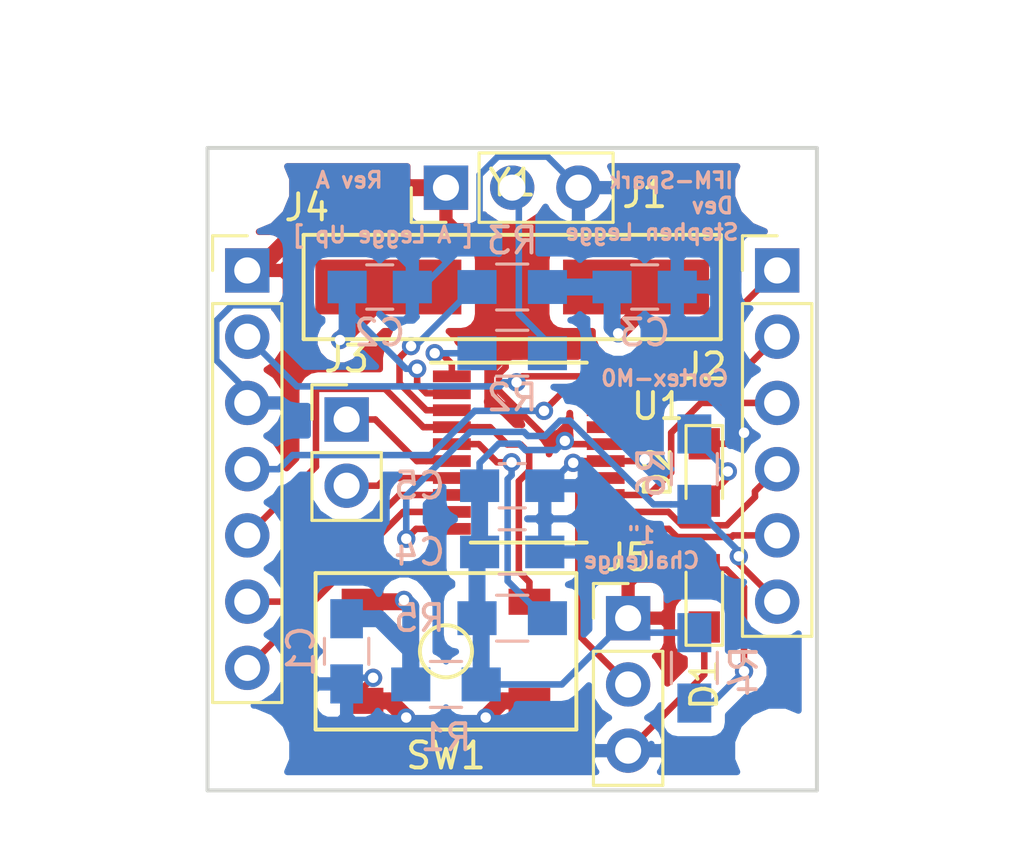
<source format=kicad_pcb>
(kicad_pcb (version 4) (host pcbnew 4.0.6)

  (general
    (links 48)
    (no_connects 0)
    (area 108.890999 83.490999 132.409001 108.279001)
    (thickness 1.6)
    (drawings 10)
    (tracks 245)
    (zones 0)
    (modules 25)
    (nets 26)
  )

  (page A4)
  (layers
    (0 F.Cu signal)
    (31 B.Cu signal)
    (33 F.Adhes user)
    (34 B.Paste user)
    (35 F.Paste user)
    (36 B.SilkS user)
    (37 F.SilkS user)
    (38 B.Mask user)
    (39 F.Mask user)
    (44 Edge.Cuts user)
    (45 Margin user)
    (47 F.CrtYd user)
    (49 F.Fab user)
  )

  (setup
    (last_trace_width 0.65)
    (user_trace_width 0.3)
    (user_trace_width 0.35)
    (user_trace_width 0.4)
    (user_trace_width 0.45)
    (user_trace_width 0.5)
    (user_trace_width 0.55)
    (user_trace_width 0.6)
    (user_trace_width 0.65)
    (trace_clearance 0.2)
    (zone_clearance 0.508)
    (zone_45_only yes)
    (trace_min 0.2)
    (segment_width 0.2)
    (edge_width 0.15)
    (via_size 0.7)
    (via_drill 0.4)
    (via_min_size 0.6858)
    (via_min_drill 0.3302)
    (uvia_size 0.8)
    (uvia_drill 0.51)
    (uvias_allowed no)
    (uvia_min_size 0)
    (uvia_min_drill 0)
    (pcb_text_width 0.3)
    (pcb_text_size 1.5 1.5)
    (mod_edge_width 0.15)
    (mod_text_size 0.5 0.5)
    (mod_text_width 0.075)
    (pad_size 1.524 1.524)
    (pad_drill 0.762)
    (pad_to_mask_clearance 0)
    (aux_axis_origin 0 0)
    (visible_elements FFFEFF79)
    (pcbplotparams
      (layerselection 0x00030_80000001)
      (usegerberextensions false)
      (excludeedgelayer true)
      (linewidth 0.100000)
      (plotframeref false)
      (viasonmask false)
      (mode 1)
      (useauxorigin false)
      (hpglpennumber 1)
      (hpglpenspeed 20)
      (hpglpendiameter 15)
      (hpglpenoverlay 2)
      (psnegative false)
      (psa4output false)
      (plotreference true)
      (plotvalue true)
      (plotinvisibletext false)
      (padsonsilk false)
      (subtractmaskfromsilk false)
      (outputformat 1)
      (mirror false)
      (drillshape 1)
      (scaleselection 1)
      (outputdirectory ""))
  )

  (net 0 "")
  (net 1 "Net-(C1-Pad1)")
  (net 2 GND)
  (net 3 "Net-(C2-Pad1)")
  (net 4 "Net-(C3-Pad1)")
  (net 5 +3V3)
  (net 6 "Net-(D1-Pad2)")
  (net 7 "Net-(D2-Pad2)")
  (net 8 "Net-(J1-Pad2)")
  (net 9 /PA4)
  (net 10 "Net-(J3-Pad1)")
  (net 11 "Net-(J3-Pad2)")
  (net 12 /SWCLK)
  (net 13 /SWDIO)
  (net 14 /NRST)
  (net 15 /TX)
  (net 16 /RX)
  (net 17 /IR_SIGNAL)
  (net 18 /BOOT0)
  (net 19 "Net-(R3-Pad1)")
  (net 20 "Net-(R5-Pad2)")
  (net 21 /PA10)
  (net 22 /PA9)
  (net 23 /PA7)
  (net 24 /PA6)
  (net 25 /PA5)

  (net_class Default "This is the default net class."
    (clearance 0.2)
    (trace_width 0.25)
    (via_dia 0.7)
    (via_drill 0.4)
    (uvia_dia 0.8)
    (uvia_drill 0.51)
    (add_net +3V3)
    (add_net /BOOT0)
    (add_net /IR_SIGNAL)
    (add_net /NRST)
    (add_net /PA10)
    (add_net /PA4)
    (add_net /PA5)
    (add_net /PA6)
    (add_net /PA7)
    (add_net /PA9)
    (add_net /RX)
    (add_net /SWCLK)
    (add_net /SWDIO)
    (add_net /TX)
    (add_net GND)
    (add_net "Net-(C1-Pad1)")
    (add_net "Net-(C2-Pad1)")
    (add_net "Net-(C3-Pad1)")
    (add_net "Net-(D1-Pad2)")
    (add_net "Net-(D2-Pad2)")
    (add_net "Net-(J1-Pad2)")
    (add_net "Net-(J3-Pad1)")
    (add_net "Net-(J3-Pad2)")
    (add_net "Net-(R3-Pad1)")
    (add_net "Net-(R5-Pad2)")
  )

  (module Mounting_Holes:MountingHole_2.2mm_M2 (layer F.Cu) (tedit 594FE37D) (tstamp 594FE0DC)
    (at 130.81 106.68)
    (descr "Mounting Hole 2.2mm, no annular, M2")
    (tags "mounting hole 2.2mm no annular m2")
    (fp_text reference REF** (at 0 -3.2) (layer F.SilkS) hide
      (effects (font (size 1 1) (thickness 0.15)))
    )
    (fp_text value MountingHole_2.2mm_M2 (at 0 3.2) (layer F.Fab)
      (effects (font (size 1 1) (thickness 0.15)))
    )
    (fp_circle (center 0 0) (end 2.2 0) (layer Cmts.User) (width 0.15))
    (fp_circle (center 0 0) (end 2.45 0) (layer F.CrtYd) (width 0.05))
    (pad 1 np_thru_hole circle (at 0 0) (size 2.2 2.2) (drill 2.2) (layers *.Cu *.Mask))
  )

  (module Mounting_Holes:MountingHole_2.2mm_M2 (layer F.Cu) (tedit 594FE373) (tstamp 594FE0D6)
    (at 110.49 106.68)
    (descr "Mounting Hole 2.2mm, no annular, M2")
    (tags "mounting hole 2.2mm no annular m2")
    (fp_text reference REF** (at 0 -3.2) (layer F.SilkS) hide
      (effects (font (size 1 1) (thickness 0.15)))
    )
    (fp_text value MountingHole_2.2mm_M2 (at 0 3.2) (layer F.Fab)
      (effects (font (size 1 1) (thickness 0.15)))
    )
    (fp_circle (center 0 0) (end 2.2 0) (layer Cmts.User) (width 0.15))
    (fp_circle (center 0 0) (end 2.45 0) (layer F.CrtYd) (width 0.05))
    (pad 1 np_thru_hole circle (at 0 0) (size 2.2 2.2) (drill 2.2) (layers *.Cu *.Mask))
  )

  (module Mounting_Holes:MountingHole_2.2mm_M2 (layer F.Cu) (tedit 594FE35F) (tstamp 594FE0CB)
    (at 110.49 85.09)
    (descr "Mounting Hole 2.2mm, no annular, M2")
    (tags "mounting hole 2.2mm no annular m2")
    (fp_text reference REF** (at 0 -3.2) (layer F.SilkS) hide
      (effects (font (size 1 1) (thickness 0.15)))
    )
    (fp_text value MountingHole_2.2mm_M2 (at 0 3.2) (layer F.Fab)
      (effects (font (size 1 1) (thickness 0.15)))
    )
    (fp_circle (center 0 0) (end 2.2 0) (layer Cmts.User) (width 0.15))
    (fp_circle (center 0 0) (end 2.45 0) (layer F.CrtYd) (width 0.05))
    (pad 1 np_thru_hole circle (at 0 0) (size 2.2 2.2) (drill 2.2) (layers *.Cu *.Mask))
  )

  (module Capacitors_SMD:C_0805_HandSoldering (layer B.Cu) (tedit 58AA84A8) (tstamp 594F4C8C)
    (at 114.3 102.87 270)
    (descr "Capacitor SMD 0805, hand soldering")
    (tags "capacitor 0805")
    (path /592A4D64)
    (attr smd)
    (fp_text reference C1 (at 0 1.75 270) (layer B.SilkS)
      (effects (font (size 1 1) (thickness 0.15)) (justify mirror))
    )
    (fp_text value 100nF (at 0 -1.75 270) (layer B.Fab)
      (effects (font (size 1 1) (thickness 0.15)) (justify mirror))
    )
    (fp_text user %R (at 0 1.75 270) (layer B.Fab)
      (effects (font (size 1 1) (thickness 0.15)) (justify mirror))
    )
    (fp_line (start -1 -0.62) (end -1 0.62) (layer B.Fab) (width 0.1))
    (fp_line (start 1 -0.62) (end -1 -0.62) (layer B.Fab) (width 0.1))
    (fp_line (start 1 0.62) (end 1 -0.62) (layer B.Fab) (width 0.1))
    (fp_line (start -1 0.62) (end 1 0.62) (layer B.Fab) (width 0.1))
    (fp_line (start 0.5 0.85) (end -0.5 0.85) (layer B.SilkS) (width 0.12))
    (fp_line (start -0.5 -0.85) (end 0.5 -0.85) (layer B.SilkS) (width 0.12))
    (fp_line (start -2.25 0.88) (end 2.25 0.88) (layer B.CrtYd) (width 0.05))
    (fp_line (start -2.25 0.88) (end -2.25 -0.87) (layer B.CrtYd) (width 0.05))
    (fp_line (start 2.25 -0.87) (end 2.25 0.88) (layer B.CrtYd) (width 0.05))
    (fp_line (start 2.25 -0.87) (end -2.25 -0.87) (layer B.CrtYd) (width 0.05))
    (pad 1 smd rect (at -1.25 0 270) (size 1.5 1.25) (layers B.Cu B.Paste B.Mask)
      (net 1 "Net-(C1-Pad1)"))
    (pad 2 smd rect (at 1.25 0 270) (size 1.5 1.25) (layers B.Cu B.Paste B.Mask)
      (net 2 GND))
    (model Capacitors_SMD.3dshapes/C_0805.wrl
      (at (xyz 0 0 0))
      (scale (xyz 1 1 1))
      (rotate (xyz 0 0 0))
    )
  )

  (module Capacitors_SMD:C_0805_HandSoldering (layer B.Cu) (tedit 58AA84A8) (tstamp 594F4C92)
    (at 115.57 88.9)
    (descr "Capacitor SMD 0805, hand soldering")
    (tags "capacitor 0805")
    (path /59252063)
    (attr smd)
    (fp_text reference C2 (at 0 1.75) (layer B.SilkS)
      (effects (font (size 1 1) (thickness 0.15)) (justify mirror))
    )
    (fp_text value 20pF (at 0 -1.75) (layer B.Fab)
      (effects (font (size 1 1) (thickness 0.15)) (justify mirror))
    )
    (fp_text user %R (at 0 1.75) (layer B.Fab)
      (effects (font (size 1 1) (thickness 0.15)) (justify mirror))
    )
    (fp_line (start -1 -0.62) (end -1 0.62) (layer B.Fab) (width 0.1))
    (fp_line (start 1 -0.62) (end -1 -0.62) (layer B.Fab) (width 0.1))
    (fp_line (start 1 0.62) (end 1 -0.62) (layer B.Fab) (width 0.1))
    (fp_line (start -1 0.62) (end 1 0.62) (layer B.Fab) (width 0.1))
    (fp_line (start 0.5 0.85) (end -0.5 0.85) (layer B.SilkS) (width 0.12))
    (fp_line (start -0.5 -0.85) (end 0.5 -0.85) (layer B.SilkS) (width 0.12))
    (fp_line (start -2.25 0.88) (end 2.25 0.88) (layer B.CrtYd) (width 0.05))
    (fp_line (start -2.25 0.88) (end -2.25 -0.87) (layer B.CrtYd) (width 0.05))
    (fp_line (start 2.25 -0.87) (end 2.25 0.88) (layer B.CrtYd) (width 0.05))
    (fp_line (start 2.25 -0.87) (end -2.25 -0.87) (layer B.CrtYd) (width 0.05))
    (pad 1 smd rect (at -1.25 0) (size 1.5 1.25) (layers B.Cu B.Paste B.Mask)
      (net 3 "Net-(C2-Pad1)"))
    (pad 2 smd rect (at 1.25 0) (size 1.5 1.25) (layers B.Cu B.Paste B.Mask)
      (net 2 GND))
    (model Capacitors_SMD.3dshapes/C_0805.wrl
      (at (xyz 0 0 0))
      (scale (xyz 1 1 1))
      (rotate (xyz 0 0 0))
    )
  )

  (module Capacitors_SMD:C_0805_HandSoldering (layer B.Cu) (tedit 58AA84A8) (tstamp 594F4C98)
    (at 125.73 88.9)
    (descr "Capacitor SMD 0805, hand soldering")
    (tags "capacitor 0805")
    (path /592520BE)
    (attr smd)
    (fp_text reference C3 (at 0 1.75) (layer B.SilkS)
      (effects (font (size 1 1) (thickness 0.15)) (justify mirror))
    )
    (fp_text value 20pF (at 0 -1.75) (layer B.Fab)
      (effects (font (size 1 1) (thickness 0.15)) (justify mirror))
    )
    (fp_text user %R (at 0 1.75) (layer B.Fab)
      (effects (font (size 1 1) (thickness 0.15)) (justify mirror))
    )
    (fp_line (start -1 -0.62) (end -1 0.62) (layer B.Fab) (width 0.1))
    (fp_line (start 1 -0.62) (end -1 -0.62) (layer B.Fab) (width 0.1))
    (fp_line (start 1 0.62) (end 1 -0.62) (layer B.Fab) (width 0.1))
    (fp_line (start -1 0.62) (end 1 0.62) (layer B.Fab) (width 0.1))
    (fp_line (start 0.5 0.85) (end -0.5 0.85) (layer B.SilkS) (width 0.12))
    (fp_line (start -0.5 -0.85) (end 0.5 -0.85) (layer B.SilkS) (width 0.12))
    (fp_line (start -2.25 0.88) (end 2.25 0.88) (layer B.CrtYd) (width 0.05))
    (fp_line (start -2.25 0.88) (end -2.25 -0.87) (layer B.CrtYd) (width 0.05))
    (fp_line (start 2.25 -0.87) (end 2.25 0.88) (layer B.CrtYd) (width 0.05))
    (fp_line (start 2.25 -0.87) (end -2.25 -0.87) (layer B.CrtYd) (width 0.05))
    (pad 1 smd rect (at -1.25 0) (size 1.5 1.25) (layers B.Cu B.Paste B.Mask)
      (net 4 "Net-(C3-Pad1)"))
    (pad 2 smd rect (at 1.25 0) (size 1.5 1.25) (layers B.Cu B.Paste B.Mask)
      (net 2 GND))
    (model Capacitors_SMD.3dshapes/C_0805.wrl
      (at (xyz 0 0 0))
      (scale (xyz 1 1 1))
      (rotate (xyz 0 0 0))
    )
  )

  (module Capacitors_SMD:C_0805_HandSoldering (layer B.Cu) (tedit 59508176) (tstamp 594F4C9E)
    (at 120.65 99.06)
    (descr "Capacitor SMD 0805, hand soldering")
    (tags "capacitor 0805")
    (path /5929A34D)
    (attr smd)
    (fp_text reference C4 (at -3.556 0) (layer B.SilkS)
      (effects (font (size 1 1) (thickness 0.15)) (justify mirror))
    )
    (fp_text value 1uF (at 0 -1.75) (layer B.Fab)
      (effects (font (size 1 1) (thickness 0.15)) (justify mirror))
    )
    (fp_text user %R (at 0 1.75) (layer B.Fab)
      (effects (font (size 1 1) (thickness 0.15)) (justify mirror))
    )
    (fp_line (start -1 -0.62) (end -1 0.62) (layer B.Fab) (width 0.1))
    (fp_line (start 1 -0.62) (end -1 -0.62) (layer B.Fab) (width 0.1))
    (fp_line (start 1 0.62) (end 1 -0.62) (layer B.Fab) (width 0.1))
    (fp_line (start -1 0.62) (end 1 0.62) (layer B.Fab) (width 0.1))
    (fp_line (start 0.5 0.85) (end -0.5 0.85) (layer B.SilkS) (width 0.12))
    (fp_line (start -0.5 -0.85) (end 0.5 -0.85) (layer B.SilkS) (width 0.12))
    (fp_line (start -2.25 0.88) (end 2.25 0.88) (layer B.CrtYd) (width 0.05))
    (fp_line (start -2.25 0.88) (end -2.25 -0.87) (layer B.CrtYd) (width 0.05))
    (fp_line (start 2.25 -0.87) (end 2.25 0.88) (layer B.CrtYd) (width 0.05))
    (fp_line (start 2.25 -0.87) (end -2.25 -0.87) (layer B.CrtYd) (width 0.05))
    (pad 1 smd rect (at -1.25 0) (size 1.5 1.25) (layers B.Cu B.Paste B.Mask)
      (net 5 +3V3))
    (pad 2 smd rect (at 1.25 0) (size 1.5 1.25) (layers B.Cu B.Paste B.Mask)
      (net 2 GND))
    (model Capacitors_SMD.3dshapes/C_0805.wrl
      (at (xyz 0 0 0))
      (scale (xyz 1 1 1))
      (rotate (xyz 0 0 0))
    )
  )

  (module Capacitors_SMD:C_0805_HandSoldering (layer B.Cu) (tedit 5950817E) (tstamp 594F4CA4)
    (at 120.65 96.52)
    (descr "Capacitor SMD 0805, hand soldering")
    (tags "capacitor 0805")
    (path /5929A23D)
    (attr smd)
    (fp_text reference C5 (at -3.556 0) (layer B.SilkS)
      (effects (font (size 1 1) (thickness 0.15)) (justify mirror))
    )
    (fp_text value 10nF (at 0 -1.75) (layer B.Fab)
      (effects (font (size 1 1) (thickness 0.15)) (justify mirror))
    )
    (fp_text user %R (at 0 1.75) (layer B.Fab)
      (effects (font (size 1 1) (thickness 0.15)) (justify mirror))
    )
    (fp_line (start -1 -0.62) (end -1 0.62) (layer B.Fab) (width 0.1))
    (fp_line (start 1 -0.62) (end -1 -0.62) (layer B.Fab) (width 0.1))
    (fp_line (start 1 0.62) (end 1 -0.62) (layer B.Fab) (width 0.1))
    (fp_line (start -1 0.62) (end 1 0.62) (layer B.Fab) (width 0.1))
    (fp_line (start 0.5 0.85) (end -0.5 0.85) (layer B.SilkS) (width 0.12))
    (fp_line (start -0.5 -0.85) (end 0.5 -0.85) (layer B.SilkS) (width 0.12))
    (fp_line (start -2.25 0.88) (end 2.25 0.88) (layer B.CrtYd) (width 0.05))
    (fp_line (start -2.25 0.88) (end -2.25 -0.87) (layer B.CrtYd) (width 0.05))
    (fp_line (start 2.25 -0.87) (end 2.25 0.88) (layer B.CrtYd) (width 0.05))
    (fp_line (start 2.25 -0.87) (end -2.25 -0.87) (layer B.CrtYd) (width 0.05))
    (pad 1 smd rect (at -1.25 0) (size 1.5 1.25) (layers B.Cu B.Paste B.Mask)
      (net 5 +3V3))
    (pad 2 smd rect (at 1.25 0) (size 1.5 1.25) (layers B.Cu B.Paste B.Mask)
      (net 2 GND))
    (model Capacitors_SMD.3dshapes/C_0805.wrl
      (at (xyz 0 0 0))
      (scale (xyz 1 1 1))
      (rotate (xyz 0 0 0))
    )
  )

  (module LEDs:LED_0805 (layer F.Cu) (tedit 59508062) (tstamp 594F4CAA)
    (at 128.016 100.838 90)
    (descr "LED 0805 smd package")
    (tags "LED led 0805 SMD smd SMT smt smdled SMDLED smtled SMTLED")
    (path /594DDF53)
    (attr smd)
    (fp_text reference D1 (at -3.302 0 90) (layer F.SilkS)
      (effects (font (size 1 1) (thickness 0.15)))
    )
    (fp_text value LED (at 0 1.55 90) (layer F.Fab)
      (effects (font (size 1 1) (thickness 0.15)))
    )
    (fp_line (start -1.8 -0.7) (end -1.8 0.7) (layer F.SilkS) (width 0.12))
    (fp_line (start -0.4 -0.4) (end -0.4 0.4) (layer F.Fab) (width 0.1))
    (fp_line (start -0.4 0) (end 0.2 -0.4) (layer F.Fab) (width 0.1))
    (fp_line (start 0.2 0.4) (end -0.4 0) (layer F.Fab) (width 0.1))
    (fp_line (start 0.2 -0.4) (end 0.2 0.4) (layer F.Fab) (width 0.1))
    (fp_line (start 1 0.6) (end -1 0.6) (layer F.Fab) (width 0.1))
    (fp_line (start 1 -0.6) (end 1 0.6) (layer F.Fab) (width 0.1))
    (fp_line (start -1 -0.6) (end 1 -0.6) (layer F.Fab) (width 0.1))
    (fp_line (start -1 0.6) (end -1 -0.6) (layer F.Fab) (width 0.1))
    (fp_line (start -1.8 0.7) (end 1 0.7) (layer F.SilkS) (width 0.12))
    (fp_line (start -1.8 -0.7) (end 1 -0.7) (layer F.SilkS) (width 0.12))
    (fp_line (start 1.95 -0.85) (end 1.95 0.85) (layer F.CrtYd) (width 0.05))
    (fp_line (start 1.95 0.85) (end -1.95 0.85) (layer F.CrtYd) (width 0.05))
    (fp_line (start -1.95 0.85) (end -1.95 -0.85) (layer F.CrtYd) (width 0.05))
    (fp_line (start -1.95 -0.85) (end 1.95 -0.85) (layer F.CrtYd) (width 0.05))
    (pad 2 smd rect (at 1.1 0 270) (size 1.2 1.2) (layers F.Cu F.Paste F.Mask)
      (net 6 "Net-(D1-Pad2)"))
    (pad 1 smd rect (at -1.1 0 270) (size 1.2 1.2) (layers F.Cu F.Paste F.Mask)
      (net 2 GND))
    (model LEDs.3dshapes/LED_0805.wrl
      (at (xyz 0 0 0))
      (scale (xyz 1 1 1))
      (rotate (xyz 0 0 180))
    )
  )

  (module LEDs:LED_0805 (layer F.Cu) (tedit 59508088) (tstamp 594F4CB0)
    (at 128.016 96.012 270)
    (descr "LED 0805 smd package")
    (tags "LED led 0805 SMD smd SMT smt smdled SMDLED smtled SMTLED")
    (path /594E28B5)
    (attr smd)
    (fp_text reference D2 (at 0 1.778 270) (layer F.SilkS)
      (effects (font (size 1 1) (thickness 0.15)))
    )
    (fp_text value LED (at 0 1.55 270) (layer F.Fab)
      (effects (font (size 1 1) (thickness 0.15)))
    )
    (fp_line (start -1.8 -0.7) (end -1.8 0.7) (layer F.SilkS) (width 0.12))
    (fp_line (start -0.4 -0.4) (end -0.4 0.4) (layer F.Fab) (width 0.1))
    (fp_line (start -0.4 0) (end 0.2 -0.4) (layer F.Fab) (width 0.1))
    (fp_line (start 0.2 0.4) (end -0.4 0) (layer F.Fab) (width 0.1))
    (fp_line (start 0.2 -0.4) (end 0.2 0.4) (layer F.Fab) (width 0.1))
    (fp_line (start 1 0.6) (end -1 0.6) (layer F.Fab) (width 0.1))
    (fp_line (start 1 -0.6) (end 1 0.6) (layer F.Fab) (width 0.1))
    (fp_line (start -1 -0.6) (end 1 -0.6) (layer F.Fab) (width 0.1))
    (fp_line (start -1 0.6) (end -1 -0.6) (layer F.Fab) (width 0.1))
    (fp_line (start -1.8 0.7) (end 1 0.7) (layer F.SilkS) (width 0.12))
    (fp_line (start -1.8 -0.7) (end 1 -0.7) (layer F.SilkS) (width 0.12))
    (fp_line (start 1.95 -0.85) (end 1.95 0.85) (layer F.CrtYd) (width 0.05))
    (fp_line (start 1.95 0.85) (end -1.95 0.85) (layer F.CrtYd) (width 0.05))
    (fp_line (start -1.95 0.85) (end -1.95 -0.85) (layer F.CrtYd) (width 0.05))
    (fp_line (start -1.95 -0.85) (end 1.95 -0.85) (layer F.CrtYd) (width 0.05))
    (pad 2 smd rect (at 1.1 0 90) (size 1.2 1.2) (layers F.Cu F.Paste F.Mask)
      (net 7 "Net-(D2-Pad2)"))
    (pad 1 smd rect (at -1.1 0 90) (size 1.2 1.2) (layers F.Cu F.Paste F.Mask)
      (net 2 GND))
    (model LEDs.3dshapes/LED_0805.wrl
      (at (xyz 0 0 0))
      (scale (xyz 1 1 1))
      (rotate (xyz 0 0 180))
    )
  )

  (module Pin_Headers:Pin_Header_Straight_1x03_Pitch2.54mm (layer F.Cu) (tedit 59507F8E) (tstamp 594F4CB7)
    (at 118.11 85.09 90)
    (descr "Through hole straight pin header, 1x03, 2.54mm pitch, single row")
    (tags "Through hole pin header THT 1x03 2.54mm single row")
    (path /592A5A04)
    (fp_text reference J1 (at -0.254 7.62 180) (layer F.SilkS)
      (effects (font (size 1 1) (thickness 0.15)))
    )
    (fp_text value CONN_01X03_MALE (at 0 7.41 90) (layer F.Fab)
      (effects (font (size 1 1) (thickness 0.15)))
    )
    (fp_line (start -1.27 -1.27) (end -1.27 6.35) (layer F.Fab) (width 0.1))
    (fp_line (start -1.27 6.35) (end 1.27 6.35) (layer F.Fab) (width 0.1))
    (fp_line (start 1.27 6.35) (end 1.27 -1.27) (layer F.Fab) (width 0.1))
    (fp_line (start 1.27 -1.27) (end -1.27 -1.27) (layer F.Fab) (width 0.1))
    (fp_line (start -1.33 1.27) (end -1.33 6.41) (layer F.SilkS) (width 0.12))
    (fp_line (start -1.33 6.41) (end 1.33 6.41) (layer F.SilkS) (width 0.12))
    (fp_line (start 1.33 6.41) (end 1.33 1.27) (layer F.SilkS) (width 0.12))
    (fp_line (start 1.33 1.27) (end -1.33 1.27) (layer F.SilkS) (width 0.12))
    (fp_line (start -1.33 0) (end -1.33 -1.33) (layer F.SilkS) (width 0.12))
    (fp_line (start -1.33 -1.33) (end 0 -1.33) (layer F.SilkS) (width 0.12))
    (fp_line (start -1.8 -1.8) (end -1.8 6.85) (layer F.CrtYd) (width 0.05))
    (fp_line (start -1.8 6.85) (end 1.8 6.85) (layer F.CrtYd) (width 0.05))
    (fp_line (start 1.8 6.85) (end 1.8 -1.8) (layer F.CrtYd) (width 0.05))
    (fp_line (start 1.8 -1.8) (end -1.8 -1.8) (layer F.CrtYd) (width 0.05))
    (fp_text user %R (at -0.254 7.62 180) (layer F.Fab)
      (effects (font (size 1 1) (thickness 0.15)))
    )
    (pad 1 thru_hole rect (at 0 0 90) (size 1.7 1.7) (drill 1) (layers *.Cu *.Mask)
      (net 5 +3V3))
    (pad 2 thru_hole oval (at 0 2.54 90) (size 1.7 1.7) (drill 1) (layers *.Cu *.Mask)
      (net 8 "Net-(J1-Pad2)"))
    (pad 3 thru_hole oval (at 0 5.08 90) (size 1.7 1.7) (drill 1) (layers *.Cu *.Mask)
      (net 2 GND))
    (model ${KISYS3DMOD}/Pin_Headers.3dshapes/Pin_Header_Straight_1x03_Pitch2.54mm.wrl
      (at (xyz 0 -0.1 0))
      (scale (xyz 1 1 1))
      (rotate (xyz 0 0 90))
    )
  )

  (module Pin_Headers:Pin_Header_Straight_1x06_Pitch2.54mm (layer F.Cu) (tedit 595080B4) (tstamp 594F4CC1)
    (at 130.81 88.265)
    (descr "Through hole straight pin header, 1x06, 2.54mm pitch, single row")
    (tags "Through hole pin header THT 1x06 2.54mm single row")
    (path /592BABFC)
    (fp_text reference J2 (at -2.794 3.683) (layer F.SilkS)
      (effects (font (size 1 1) (thickness 0.15)))
    )
    (fp_text value CONN_01X06 (at 0 15.03) (layer F.Fab)
      (effects (font (size 1 1) (thickness 0.15)))
    )
    (fp_line (start -1.27 -1.27) (end -1.27 13.97) (layer F.Fab) (width 0.1))
    (fp_line (start -1.27 13.97) (end 1.27 13.97) (layer F.Fab) (width 0.1))
    (fp_line (start 1.27 13.97) (end 1.27 -1.27) (layer F.Fab) (width 0.1))
    (fp_line (start 1.27 -1.27) (end -1.27 -1.27) (layer F.Fab) (width 0.1))
    (fp_line (start -1.33 1.27) (end -1.33 14.03) (layer F.SilkS) (width 0.12))
    (fp_line (start -1.33 14.03) (end 1.33 14.03) (layer F.SilkS) (width 0.12))
    (fp_line (start 1.33 14.03) (end 1.33 1.27) (layer F.SilkS) (width 0.12))
    (fp_line (start 1.33 1.27) (end -1.33 1.27) (layer F.SilkS) (width 0.12))
    (fp_line (start -1.33 0) (end -1.33 -1.33) (layer F.SilkS) (width 0.12))
    (fp_line (start -1.33 -1.33) (end 0 -1.33) (layer F.SilkS) (width 0.12))
    (fp_line (start -1.8 -1.8) (end -1.8 14.5) (layer F.CrtYd) (width 0.05))
    (fp_line (start -1.8 14.5) (end 1.8 14.5) (layer F.CrtYd) (width 0.05))
    (fp_line (start 1.8 14.5) (end 1.8 -1.8) (layer F.CrtYd) (width 0.05))
    (fp_line (start 1.8 -1.8) (end -1.8 -1.8) (layer F.CrtYd) (width 0.05))
    (fp_text user %R (at -2.794 3.683) (layer F.Fab)
      (effects (font (size 1 1) (thickness 0.15)))
    )
    (pad 1 thru_hole rect (at 0 0) (size 1.7 1.7) (drill 1) (layers *.Cu *.Mask)
      (net 21 /PA10))
    (pad 2 thru_hole oval (at 0 2.54) (size 1.7 1.7) (drill 1) (layers *.Cu *.Mask)
      (net 22 /PA9))
    (pad 3 thru_hole oval (at 0 5.08) (size 1.7 1.7) (drill 1) (layers *.Cu *.Mask)
      (net 23 /PA7))
    (pad 4 thru_hole oval (at 0 7.62) (size 1.7 1.7) (drill 1) (layers *.Cu *.Mask)
      (net 24 /PA6))
    (pad 5 thru_hole oval (at 0 10.16) (size 1.7 1.7) (drill 1) (layers *.Cu *.Mask)
      (net 25 /PA5))
    (pad 6 thru_hole oval (at 0 12.7) (size 1.7 1.7) (drill 1) (layers *.Cu *.Mask)
      (net 9 /PA4))
    (model ${KISYS3DMOD}/Pin_Headers.3dshapes/Pin_Header_Straight_1x06_Pitch2.54mm.wrl
      (at (xyz 0 -0.25 0))
      (scale (xyz 1 1 1))
      (rotate (xyz 0 0 90))
    )
  )

  (module Pin_Headers:Pin_Header_Straight_1x02_Pitch2.54mm (layer F.Cu) (tedit 58CD4EC1) (tstamp 594F4CC7)
    (at 114.3 93.98)
    (descr "Through hole straight pin header, 1x02, 2.54mm pitch, single row")
    (tags "Through hole pin header THT 1x02 2.54mm single row")
    (path /594DF673)
    (fp_text reference J3 (at 0 -2.33) (layer F.SilkS)
      (effects (font (size 1 1) (thickness 0.15)))
    )
    (fp_text value CONN_01X02 (at 0 4.87) (layer F.Fab)
      (effects (font (size 1 1) (thickness 0.15)))
    )
    (fp_line (start -1.27 -1.27) (end -1.27 3.81) (layer F.Fab) (width 0.1))
    (fp_line (start -1.27 3.81) (end 1.27 3.81) (layer F.Fab) (width 0.1))
    (fp_line (start 1.27 3.81) (end 1.27 -1.27) (layer F.Fab) (width 0.1))
    (fp_line (start 1.27 -1.27) (end -1.27 -1.27) (layer F.Fab) (width 0.1))
    (fp_line (start -1.33 1.27) (end -1.33 3.87) (layer F.SilkS) (width 0.12))
    (fp_line (start -1.33 3.87) (end 1.33 3.87) (layer F.SilkS) (width 0.12))
    (fp_line (start 1.33 3.87) (end 1.33 1.27) (layer F.SilkS) (width 0.12))
    (fp_line (start 1.33 1.27) (end -1.33 1.27) (layer F.SilkS) (width 0.12))
    (fp_line (start -1.33 0) (end -1.33 -1.33) (layer F.SilkS) (width 0.12))
    (fp_line (start -1.33 -1.33) (end 0 -1.33) (layer F.SilkS) (width 0.12))
    (fp_line (start -1.8 -1.8) (end -1.8 4.35) (layer F.CrtYd) (width 0.05))
    (fp_line (start -1.8 4.35) (end 1.8 4.35) (layer F.CrtYd) (width 0.05))
    (fp_line (start 1.8 4.35) (end 1.8 -1.8) (layer F.CrtYd) (width 0.05))
    (fp_line (start 1.8 -1.8) (end -1.8 -1.8) (layer F.CrtYd) (width 0.05))
    (fp_text user %R (at 0 -2.33) (layer F.Fab)
      (effects (font (size 1 1) (thickness 0.15)))
    )
    (pad 1 thru_hole rect (at 0 0) (size 1.7 1.7) (drill 1) (layers *.Cu *.Mask)
      (net 10 "Net-(J3-Pad1)"))
    (pad 2 thru_hole oval (at 0 2.54) (size 1.7 1.7) (drill 1) (layers *.Cu *.Mask)
      (net 11 "Net-(J3-Pad2)"))
    (model ${KISYS3DMOD}/Pin_Headers.3dshapes/Pin_Header_Straight_1x02_Pitch2.54mm.wrl
      (at (xyz 0 -0.05 0))
      (scale (xyz 1 1 1))
      (rotate (xyz 0 0 90))
    )
  )

  (module Pin_Headers:Pin_Header_Straight_1x07_Pitch2.54mm (layer F.Cu) (tedit 5950804F) (tstamp 594F4CD2)
    (at 110.49 88.265)
    (descr "Through hole straight pin header, 1x07, 2.54mm pitch, single row")
    (tags "Through hole pin header THT 1x07 2.54mm single row")
    (path /592A6D68)
    (fp_text reference J4 (at 2.286 -2.413) (layer F.SilkS)
      (effects (font (size 1 1) (thickness 0.15)))
    )
    (fp_text value CONN_01X07 (at 0 17.57) (layer F.Fab)
      (effects (font (size 1 1) (thickness 0.15)))
    )
    (fp_line (start -1.27 -1.27) (end -1.27 16.51) (layer F.Fab) (width 0.1))
    (fp_line (start -1.27 16.51) (end 1.27 16.51) (layer F.Fab) (width 0.1))
    (fp_line (start 1.27 16.51) (end 1.27 -1.27) (layer F.Fab) (width 0.1))
    (fp_line (start 1.27 -1.27) (end -1.27 -1.27) (layer F.Fab) (width 0.1))
    (fp_line (start -1.33 1.27) (end -1.33 16.57) (layer F.SilkS) (width 0.12))
    (fp_line (start -1.33 16.57) (end 1.33 16.57) (layer F.SilkS) (width 0.12))
    (fp_line (start 1.33 16.57) (end 1.33 1.27) (layer F.SilkS) (width 0.12))
    (fp_line (start 1.33 1.27) (end -1.33 1.27) (layer F.SilkS) (width 0.12))
    (fp_line (start -1.33 0) (end -1.33 -1.33) (layer F.SilkS) (width 0.12))
    (fp_line (start -1.33 -1.33) (end 0 -1.33) (layer F.SilkS) (width 0.12))
    (fp_line (start -1.8 -1.8) (end -1.8 17.05) (layer F.CrtYd) (width 0.05))
    (fp_line (start -1.8 17.05) (end 1.8 17.05) (layer F.CrtYd) (width 0.05))
    (fp_line (start 1.8 17.05) (end 1.8 -1.8) (layer F.CrtYd) (width 0.05))
    (fp_line (start 1.8 -1.8) (end -1.8 -1.8) (layer F.CrtYd) (width 0.05))
    (fp_text user %R (at 2.286 -2.413) (layer F.Fab)
      (effects (font (size 1 1) (thickness 0.15)))
    )
    (pad 1 thru_hole rect (at 0 0) (size 1.7 1.7) (drill 1) (layers *.Cu *.Mask)
      (net 5 +3V3))
    (pad 2 thru_hole oval (at 0 2.54) (size 1.7 1.7) (drill 1) (layers *.Cu *.Mask)
      (net 12 /SWCLK))
    (pad 3 thru_hole oval (at 0 5.08) (size 1.7 1.7) (drill 1) (layers *.Cu *.Mask)
      (net 2 GND))
    (pad 4 thru_hole oval (at 0 7.62) (size 1.7 1.7) (drill 1) (layers *.Cu *.Mask)
      (net 13 /SWDIO))
    (pad 5 thru_hole oval (at 0 10.16) (size 1.7 1.7) (drill 1) (layers *.Cu *.Mask)
      (net 14 /NRST))
    (pad 6 thru_hole oval (at 0 12.7) (size 1.7 1.7) (drill 1) (layers *.Cu *.Mask)
      (net 15 /TX))
    (pad 7 thru_hole oval (at 0 15.24) (size 1.7 1.7) (drill 1) (layers *.Cu *.Mask)
      (net 16 /RX))
    (model ${KISYS3DMOD}/Pin_Headers.3dshapes/Pin_Header_Straight_1x07_Pitch2.54mm.wrl
      (at (xyz 0 -0.3 0))
      (scale (xyz 1 1 1))
      (rotate (xyz 0 0 90))
    )
  )

  (module Pin_Headers:Pin_Header_Straight_1x03_Pitch2.54mm (layer F.Cu) (tedit 58CD4EC1) (tstamp 594F4CD9)
    (at 125.095 101.6)
    (descr "Through hole straight pin header, 1x03, 2.54mm pitch, single row")
    (tags "Through hole pin header THT 1x03 2.54mm single row")
    (path /59299BA5)
    (fp_text reference J5 (at 0 -2.33) (layer F.SilkS)
      (effects (font (size 1 1) (thickness 0.15)))
    )
    (fp_text value CONN_01X03_MALE (at 0 7.41) (layer F.Fab)
      (effects (font (size 1 1) (thickness 0.15)))
    )
    (fp_line (start -1.27 -1.27) (end -1.27 6.35) (layer F.Fab) (width 0.1))
    (fp_line (start -1.27 6.35) (end 1.27 6.35) (layer F.Fab) (width 0.1))
    (fp_line (start 1.27 6.35) (end 1.27 -1.27) (layer F.Fab) (width 0.1))
    (fp_line (start 1.27 -1.27) (end -1.27 -1.27) (layer F.Fab) (width 0.1))
    (fp_line (start -1.33 1.27) (end -1.33 6.41) (layer F.SilkS) (width 0.12))
    (fp_line (start -1.33 6.41) (end 1.33 6.41) (layer F.SilkS) (width 0.12))
    (fp_line (start 1.33 6.41) (end 1.33 1.27) (layer F.SilkS) (width 0.12))
    (fp_line (start 1.33 1.27) (end -1.33 1.27) (layer F.SilkS) (width 0.12))
    (fp_line (start -1.33 0) (end -1.33 -1.33) (layer F.SilkS) (width 0.12))
    (fp_line (start -1.33 -1.33) (end 0 -1.33) (layer F.SilkS) (width 0.12))
    (fp_line (start -1.8 -1.8) (end -1.8 6.85) (layer F.CrtYd) (width 0.05))
    (fp_line (start -1.8 6.85) (end 1.8 6.85) (layer F.CrtYd) (width 0.05))
    (fp_line (start 1.8 6.85) (end 1.8 -1.8) (layer F.CrtYd) (width 0.05))
    (fp_line (start 1.8 -1.8) (end -1.8 -1.8) (layer F.CrtYd) (width 0.05))
    (fp_text user %R (at 0 -2.33) (layer F.Fab)
      (effects (font (size 1 1) (thickness 0.15)))
    )
    (pad 1 thru_hole rect (at 0 0) (size 1.7 1.7) (drill 1) (layers *.Cu *.Mask)
      (net 5 +3V3))
    (pad 2 thru_hole oval (at 0 2.54) (size 1.7 1.7) (drill 1) (layers *.Cu *.Mask)
      (net 17 /IR_SIGNAL))
    (pad 3 thru_hole oval (at 0 5.08) (size 1.7 1.7) (drill 1) (layers *.Cu *.Mask)
      (net 2 GND))
    (model ${KISYS3DMOD}/Pin_Headers.3dshapes/Pin_Header_Straight_1x03_Pitch2.54mm.wrl
      (at (xyz 0 -0.1 0))
      (scale (xyz 1 1 1))
      (rotate (xyz 0 0 90))
    )
  )

  (module Resistors_SMD:R_0805_HandSoldering (layer B.Cu) (tedit 59508146) (tstamp 594F4CDF)
    (at 118.11 104.14 180)
    (descr "Resistor SMD 0805, hand soldering")
    (tags "resistor 0805")
    (path /594E20A6)
    (attr smd)
    (fp_text reference R1 (at 0 -2.032 180) (layer B.SilkS)
      (effects (font (size 1 1) (thickness 0.15)) (justify mirror))
    )
    (fp_text value 1K (at 0 -1.75 180) (layer B.Fab)
      (effects (font (size 1 1) (thickness 0.15)) (justify mirror))
    )
    (fp_text user %R (at 0 0 180) (layer B.Fab)
      (effects (font (size 0.5 0.5) (thickness 0.075)) (justify mirror))
    )
    (fp_line (start -1 -0.62) (end -1 0.62) (layer B.Fab) (width 0.1))
    (fp_line (start 1 -0.62) (end -1 -0.62) (layer B.Fab) (width 0.1))
    (fp_line (start 1 0.62) (end 1 -0.62) (layer B.Fab) (width 0.1))
    (fp_line (start -1 0.62) (end 1 0.62) (layer B.Fab) (width 0.1))
    (fp_line (start 0.6 -0.88) (end -0.6 -0.88) (layer B.SilkS) (width 0.12))
    (fp_line (start -0.6 0.88) (end 0.6 0.88) (layer B.SilkS) (width 0.12))
    (fp_line (start -2.35 0.9) (end 2.35 0.9) (layer B.CrtYd) (width 0.05))
    (fp_line (start -2.35 0.9) (end -2.35 -0.9) (layer B.CrtYd) (width 0.05))
    (fp_line (start 2.35 -0.9) (end 2.35 0.9) (layer B.CrtYd) (width 0.05))
    (fp_line (start 2.35 -0.9) (end -2.35 -0.9) (layer B.CrtYd) (width 0.05))
    (pad 1 smd rect (at -1.35 0 180) (size 1.5 1.3) (layers B.Cu B.Paste B.Mask)
      (net 5 +3V3))
    (pad 2 smd rect (at 1.35 0 180) (size 1.5 1.3) (layers B.Cu B.Paste B.Mask)
      (net 1 "Net-(C1-Pad1)"))
    (model ${KISYS3DMOD}/Resistors_SMD.3dshapes/R_0805.wrl
      (at (xyz 0 0 0))
      (scale (xyz 1 1 1))
      (rotate (xyz 0 0 0))
    )
  )

  (module Resistors_SMD:R_0805_HandSoldering (layer B.Cu) (tedit 58E0A804) (tstamp 594F4CE5)
    (at 120.65 91.44)
    (descr "Resistor SMD 0805, hand soldering")
    (tags "resistor 0805")
    (path /592A4FC2)
    (attr smd)
    (fp_text reference R2 (at 0 1.7) (layer B.SilkS)
      (effects (font (size 1 1) (thickness 0.15)) (justify mirror))
    )
    (fp_text value 10K (at 0 -1.75) (layer B.Fab)
      (effects (font (size 1 1) (thickness 0.15)) (justify mirror))
    )
    (fp_text user %R (at 0 0) (layer B.Fab)
      (effects (font (size 0.5 0.5) (thickness 0.075)) (justify mirror))
    )
    (fp_line (start -1 -0.62) (end -1 0.62) (layer B.Fab) (width 0.1))
    (fp_line (start 1 -0.62) (end -1 -0.62) (layer B.Fab) (width 0.1))
    (fp_line (start 1 0.62) (end 1 -0.62) (layer B.Fab) (width 0.1))
    (fp_line (start -1 0.62) (end 1 0.62) (layer B.Fab) (width 0.1))
    (fp_line (start 0.6 -0.88) (end -0.6 -0.88) (layer B.SilkS) (width 0.12))
    (fp_line (start -0.6 0.88) (end 0.6 0.88) (layer B.SilkS) (width 0.12))
    (fp_line (start -2.35 0.9) (end 2.35 0.9) (layer B.CrtYd) (width 0.05))
    (fp_line (start -2.35 0.9) (end -2.35 -0.9) (layer B.CrtYd) (width 0.05))
    (fp_line (start 2.35 -0.9) (end 2.35 0.9) (layer B.CrtYd) (width 0.05))
    (fp_line (start 2.35 -0.9) (end -2.35 -0.9) (layer B.CrtYd) (width 0.05))
    (pad 1 smd rect (at -1.35 0) (size 1.5 1.3) (layers B.Cu B.Paste B.Mask)
      (net 18 /BOOT0))
    (pad 2 smd rect (at 1.35 0) (size 1.5 1.3) (layers B.Cu B.Paste B.Mask)
      (net 8 "Net-(J1-Pad2)"))
    (model ${KISYS3DMOD}/Resistors_SMD.3dshapes/R_0805.wrl
      (at (xyz 0 0 0))
      (scale (xyz 1 1 1))
      (rotate (xyz 0 0 0))
    )
  )

  (module Resistors_SMD:R_0805_HandSoldering (layer B.Cu) (tedit 59508119) (tstamp 594F4CEB)
    (at 120.65 88.9)
    (descr "Resistor SMD 0805, hand soldering")
    (tags "resistor 0805")
    (path /5929A77F)
    (attr smd)
    (fp_text reference R3 (at 0 -1.778) (layer B.SilkS)
      (effects (font (size 1 1) (thickness 0.15)) (justify mirror))
    )
    (fp_text value 390 (at 0 -1.75) (layer B.Fab)
      (effects (font (size 1 1) (thickness 0.15)) (justify mirror))
    )
    (fp_text user %R (at 0 0) (layer B.Fab)
      (effects (font (size 0.5 0.5) (thickness 0.075)) (justify mirror))
    )
    (fp_line (start -1 -0.62) (end -1 0.62) (layer B.Fab) (width 0.1))
    (fp_line (start 1 -0.62) (end -1 -0.62) (layer B.Fab) (width 0.1))
    (fp_line (start 1 0.62) (end 1 -0.62) (layer B.Fab) (width 0.1))
    (fp_line (start -1 0.62) (end 1 0.62) (layer B.Fab) (width 0.1))
    (fp_line (start 0.6 -0.88) (end -0.6 -0.88) (layer B.SilkS) (width 0.12))
    (fp_line (start -0.6 0.88) (end 0.6 0.88) (layer B.SilkS) (width 0.12))
    (fp_line (start -2.35 0.9) (end 2.35 0.9) (layer B.CrtYd) (width 0.05))
    (fp_line (start -2.35 0.9) (end -2.35 -0.9) (layer B.CrtYd) (width 0.05))
    (fp_line (start 2.35 -0.9) (end 2.35 0.9) (layer B.CrtYd) (width 0.05))
    (fp_line (start 2.35 -0.9) (end -2.35 -0.9) (layer B.CrtYd) (width 0.05))
    (pad 1 smd rect (at -1.35 0) (size 1.5 1.3) (layers B.Cu B.Paste B.Mask)
      (net 19 "Net-(R3-Pad1)"))
    (pad 2 smd rect (at 1.35 0) (size 1.5 1.3) (layers B.Cu B.Paste B.Mask)
      (net 4 "Net-(C3-Pad1)"))
    (model ${KISYS3DMOD}/Resistors_SMD.3dshapes/R_0805.wrl
      (at (xyz 0 0 0))
      (scale (xyz 1 1 1))
      (rotate (xyz 0 0 0))
    )
  )

  (module Resistors_SMD:R_0805_HandSoldering (layer B.Cu) (tedit 595081C6) (tstamp 594F4CF1)
    (at 127.635 103.505 90)
    (descr "Resistor SMD 0805, hand soldering")
    (tags "resistor 0805")
    (path /594DDEF4)
    (attr smd)
    (fp_text reference R4 (at -0.127 1.905 90) (layer B.SilkS)
      (effects (font (size 1 1) (thickness 0.15)) (justify mirror))
    )
    (fp_text value 1K (at 0 -1.75 90) (layer B.Fab)
      (effects (font (size 1 1) (thickness 0.15)) (justify mirror))
    )
    (fp_text user %R (at 0 0 90) (layer B.Fab)
      (effects (font (size 0.5 0.5) (thickness 0.075)) (justify mirror))
    )
    (fp_line (start -1 -0.62) (end -1 0.62) (layer B.Fab) (width 0.1))
    (fp_line (start 1 -0.62) (end -1 -0.62) (layer B.Fab) (width 0.1))
    (fp_line (start 1 0.62) (end 1 -0.62) (layer B.Fab) (width 0.1))
    (fp_line (start -1 0.62) (end 1 0.62) (layer B.Fab) (width 0.1))
    (fp_line (start 0.6 -0.88) (end -0.6 -0.88) (layer B.SilkS) (width 0.12))
    (fp_line (start -0.6 0.88) (end 0.6 0.88) (layer B.SilkS) (width 0.12))
    (fp_line (start -2.35 0.9) (end 2.35 0.9) (layer B.CrtYd) (width 0.05))
    (fp_line (start -2.35 0.9) (end -2.35 -0.9) (layer B.CrtYd) (width 0.05))
    (fp_line (start 2.35 -0.9) (end 2.35 0.9) (layer B.CrtYd) (width 0.05))
    (fp_line (start 2.35 -0.9) (end -2.35 -0.9) (layer B.CrtYd) (width 0.05))
    (pad 1 smd rect (at -1.35 0 90) (size 1.5 1.3) (layers B.Cu B.Paste B.Mask)
      (net 6 "Net-(D1-Pad2)"))
    (pad 2 smd rect (at 1.35 0 90) (size 1.5 1.3) (layers B.Cu B.Paste B.Mask)
      (net 5 +3V3))
    (model ${KISYS3DMOD}/Resistors_SMD.3dshapes/R_0805.wrl
      (at (xyz 0 0 0))
      (scale (xyz 1 1 1))
      (rotate (xyz 0 0 0))
    )
  )

  (module Resistors_SMD:R_0805_HandSoldering (layer B.Cu) (tedit 5950816B) (tstamp 594F4CF7)
    (at 120.65 101.6)
    (descr "Resistor SMD 0805, hand soldering")
    (tags "resistor 0805")
    (path /594E146B)
    (attr smd)
    (fp_text reference R5 (at -3.556 0) (layer B.SilkS)
      (effects (font (size 1 1) (thickness 0.15)) (justify mirror))
    )
    (fp_text value 0 (at 0 -1.75) (layer B.Fab)
      (effects (font (size 1 1) (thickness 0.15)) (justify mirror))
    )
    (fp_text user %R (at 0 0) (layer B.Fab)
      (effects (font (size 0.5 0.5) (thickness 0.075)) (justify mirror))
    )
    (fp_line (start -1 -0.62) (end -1 0.62) (layer B.Fab) (width 0.1))
    (fp_line (start 1 -0.62) (end -1 -0.62) (layer B.Fab) (width 0.1))
    (fp_line (start 1 0.62) (end 1 -0.62) (layer B.Fab) (width 0.1))
    (fp_line (start -1 0.62) (end 1 0.62) (layer B.Fab) (width 0.1))
    (fp_line (start 0.6 -0.88) (end -0.6 -0.88) (layer B.SilkS) (width 0.12))
    (fp_line (start -0.6 0.88) (end 0.6 0.88) (layer B.SilkS) (width 0.12))
    (fp_line (start -2.35 0.9) (end 2.35 0.9) (layer B.CrtYd) (width 0.05))
    (fp_line (start -2.35 0.9) (end -2.35 -0.9) (layer B.CrtYd) (width 0.05))
    (fp_line (start 2.35 -0.9) (end 2.35 0.9) (layer B.CrtYd) (width 0.05))
    (fp_line (start 2.35 -0.9) (end -2.35 -0.9) (layer B.CrtYd) (width 0.05))
    (pad 1 smd rect (at -1.35 0) (size 1.5 1.3) (layers B.Cu B.Paste B.Mask)
      (net 5 +3V3))
    (pad 2 smd rect (at 1.35 0) (size 1.5 1.3) (layers B.Cu B.Paste B.Mask)
      (net 20 "Net-(R5-Pad2)"))
    (model ${KISYS3DMOD}/Resistors_SMD.3dshapes/R_0805.wrl
      (at (xyz 0 0 0))
      (scale (xyz 1 1 1))
      (rotate (xyz 0 0 0))
    )
  )

  (module Resistors_SMD:R_0805_HandSoldering (layer B.Cu) (tedit 595081B0) (tstamp 594F4CFD)
    (at 127.635 95.885 90)
    (descr "Resistor SMD 0805, hand soldering")
    (tags "resistor 0805")
    (path /594E286C)
    (attr smd)
    (fp_text reference R6 (at -0.127 -1.651 90) (layer B.SilkS)
      (effects (font (size 1 1) (thickness 0.15)) (justify mirror))
    )
    (fp_text value 1K (at 0 -1.75 90) (layer B.Fab)
      (effects (font (size 1 1) (thickness 0.15)) (justify mirror))
    )
    (fp_text user %R (at 0 0 90) (layer B.Fab)
      (effects (font (size 0.5 0.5) (thickness 0.075)) (justify mirror))
    )
    (fp_line (start -1 -0.62) (end -1 0.62) (layer B.Fab) (width 0.1))
    (fp_line (start 1 -0.62) (end -1 -0.62) (layer B.Fab) (width 0.1))
    (fp_line (start 1 0.62) (end 1 -0.62) (layer B.Fab) (width 0.1))
    (fp_line (start -1 0.62) (end 1 0.62) (layer B.Fab) (width 0.1))
    (fp_line (start 0.6 -0.88) (end -0.6 -0.88) (layer B.SilkS) (width 0.12))
    (fp_line (start -0.6 0.88) (end 0.6 0.88) (layer B.SilkS) (width 0.12))
    (fp_line (start -2.35 0.9) (end 2.35 0.9) (layer B.CrtYd) (width 0.05))
    (fp_line (start -2.35 0.9) (end -2.35 -0.9) (layer B.CrtYd) (width 0.05))
    (fp_line (start 2.35 -0.9) (end 2.35 0.9) (layer B.CrtYd) (width 0.05))
    (fp_line (start 2.35 -0.9) (end -2.35 -0.9) (layer B.CrtYd) (width 0.05))
    (pad 1 smd rect (at -1.35 0 90) (size 1.5 1.3) (layers B.Cu B.Paste B.Mask)
      (net 9 /PA4))
    (pad 2 smd rect (at 1.35 0 90) (size 1.5 1.3) (layers B.Cu B.Paste B.Mask)
      (net 7 "Net-(D2-Pad2)"))
    (model ${KISYS3DMOD}/Resistors_SMD.3dshapes/R_0805.wrl
      (at (xyz 0 0 0))
      (scale (xyz 1 1 1))
      (rotate (xyz 0 0 0))
    )
  )

  (module Switches:PTS525_SM15_SMTR2_LFS (layer F.Cu) (tedit 594F2E9D) (tstamp 594F4D05)
    (at 118.11 102.87)
    (path /592A4BF6)
    (fp_text reference SW1 (at 0 4) (layer F.SilkS)
      (effects (font (size 1 1) (thickness 0.15)))
    )
    (fp_text value PTS525-SM15 (at 0 -4) (layer F.Fab)
      (effects (font (size 0.5 0.5) (thickness 0.075)))
    )
    (fp_circle (center 0 0) (end 1 0) (layer F.SilkS) (width 0.15))
    (fp_line (start -5 -3) (end 5 -3) (layer F.SilkS) (width 0.15))
    (fp_line (start 5 -3) (end 5 3) (layer F.SilkS) (width 0.15))
    (fp_line (start 5 3) (end -5 3) (layer F.SilkS) (width 0.15))
    (fp_line (start -5 3) (end -5 -3) (layer F.SilkS) (width 0.15))
    (pad 1 smd rect (at -3.2 -1.9) (size 1.6 1) (layers F.Cu F.Paste F.Mask)
      (net 1 "Net-(C1-Pad1)"))
    (pad 2 smd rect (at 3.2 -1.9) (size 1.6 1) (layers F.Cu F.Paste F.Mask)
      (net 14 /NRST))
    (pad 3 smd rect (at -3.2 1.9) (size 1.6 1) (layers F.Cu F.Paste F.Mask)
      (net 2 GND))
    (pad 4 smd rect (at 3.2 1.9) (size 1.6 1) (layers F.Cu F.Paste F.Mask)
      (net 2 GND))
  )

  (module Housings_SSOP:TSSOP-20_4.4x6.5mm_Pitch0.65mm (layer F.Cu) (tedit 595080DA) (tstamp 594F4D1D)
    (at 121.285 95.25)
    (descr "20-Lead Plastic Thin Shrink Small Outline (ST)-4.4 mm Body [TSSOP] (see Microchip Packaging Specification 00000049BS.pdf)")
    (tags "SSOP 0.65")
    (path /59251F3D)
    (attr smd)
    (fp_text reference U1 (at 4.953 -1.778) (layer F.SilkS)
      (effects (font (size 1 1) (thickness 0.15)))
    )
    (fp_text value STM32F030x4 (at 0 4.3) (layer F.Fab)
      (effects (font (size 1 1) (thickness 0.15)))
    )
    (fp_line (start -1.2 -3.25) (end 2.2 -3.25) (layer F.Fab) (width 0.15))
    (fp_line (start 2.2 -3.25) (end 2.2 3.25) (layer F.Fab) (width 0.15))
    (fp_line (start 2.2 3.25) (end -2.2 3.25) (layer F.Fab) (width 0.15))
    (fp_line (start -2.2 3.25) (end -2.2 -2.25) (layer F.Fab) (width 0.15))
    (fp_line (start -2.2 -2.25) (end -1.2 -3.25) (layer F.Fab) (width 0.15))
    (fp_line (start -3.95 -3.55) (end -3.95 3.55) (layer F.CrtYd) (width 0.05))
    (fp_line (start 3.95 -3.55) (end 3.95 3.55) (layer F.CrtYd) (width 0.05))
    (fp_line (start -3.95 -3.55) (end 3.95 -3.55) (layer F.CrtYd) (width 0.05))
    (fp_line (start -3.95 3.55) (end 3.95 3.55) (layer F.CrtYd) (width 0.05))
    (fp_line (start -2.225 3.45) (end 2.225 3.45) (layer F.SilkS) (width 0.15))
    (fp_line (start -3.75 -3.45) (end 2.225 -3.45) (layer F.SilkS) (width 0.15))
    (fp_text user %R (at 0 0) (layer F.Fab)
      (effects (font (size 0.8 0.8) (thickness 0.15)))
    )
    (pad 1 smd rect (at -2.95 -2.925) (size 1.45 0.45) (layers F.Cu F.Paste F.Mask)
      (net 18 /BOOT0))
    (pad 2 smd rect (at -2.95 -2.275) (size 1.45 0.45) (layers F.Cu F.Paste F.Mask)
      (net 3 "Net-(C2-Pad1)"))
    (pad 3 smd rect (at -2.95 -1.625) (size 1.45 0.45) (layers F.Cu F.Paste F.Mask)
      (net 19 "Net-(R3-Pad1)"))
    (pad 4 smd rect (at -2.95 -0.975) (size 1.45 0.45) (layers F.Cu F.Paste F.Mask)
      (net 14 /NRST))
    (pad 5 smd rect (at -2.95 -0.325) (size 1.45 0.45) (layers F.Cu F.Paste F.Mask)
      (net 20 "Net-(R5-Pad2)"))
    (pad 6 smd rect (at -2.95 0.325) (size 1.45 0.45) (layers F.Cu F.Paste F.Mask)
      (net 10 "Net-(J3-Pad1)"))
    (pad 7 smd rect (at -2.95 0.975) (size 1.45 0.45) (layers F.Cu F.Paste F.Mask)
      (net 11 "Net-(J3-Pad2)"))
    (pad 8 smd rect (at -2.95 1.625) (size 1.45 0.45) (layers F.Cu F.Paste F.Mask)
      (net 15 /TX))
    (pad 9 smd rect (at -2.95 2.275) (size 1.45 0.45) (layers F.Cu F.Paste F.Mask)
      (net 16 /RX))
    (pad 10 smd rect (at -2.95 2.925) (size 1.45 0.45) (layers F.Cu F.Paste F.Mask)
      (net 9 /PA4))
    (pad 11 smd rect (at 2.95 2.925) (size 1.45 0.45) (layers F.Cu F.Paste F.Mask)
      (net 25 /PA5))
    (pad 12 smd rect (at 2.95 2.275) (size 1.45 0.45) (layers F.Cu F.Paste F.Mask)
      (net 24 /PA6))
    (pad 13 smd rect (at 2.95 1.625) (size 1.45 0.45) (layers F.Cu F.Paste F.Mask)
      (net 23 /PA7))
    (pad 14 smd rect (at 2.95 0.975) (size 1.45 0.45) (layers F.Cu F.Paste F.Mask)
      (net 17 /IR_SIGNAL))
    (pad 15 smd rect (at 2.95 0.325) (size 1.45 0.45) (layers F.Cu F.Paste F.Mask)
      (net 2 GND))
    (pad 16 smd rect (at 2.95 -0.325) (size 1.45 0.45) (layers F.Cu F.Paste F.Mask)
      (net 5 +3V3))
    (pad 17 smd rect (at 2.95 -0.975) (size 1.45 0.45) (layers F.Cu F.Paste F.Mask)
      (net 22 /PA9))
    (pad 18 smd rect (at 2.95 -1.625) (size 1.45 0.45) (layers F.Cu F.Paste F.Mask)
      (net 21 /PA10))
    (pad 19 smd rect (at 2.95 -2.275) (size 1.45 0.45) (layers F.Cu F.Paste F.Mask)
      (net 13 /SWDIO))
    (pad 20 smd rect (at 2.95 -2.925) (size 1.45 0.45) (layers F.Cu F.Paste F.Mask)
      (net 12 /SWCLK))
    (model ${KISYS3DMOD}/Housings_SSOP.3dshapes/TSSOP-20_4.4x6.5mm_Pitch0.65mm.wrl
      (at (xyz 0 0 0))
      (scale (xyz 1 1 1))
      (rotate (xyz 0 0 0))
    )
  )

  (module IFM-Resonators:ABLS-8.000MHZ-B4-T (layer F.Cu) (tedit 594F3910) (tstamp 594F4D23)
    (at 120.65 88.9 180)
    (path /592521E6)
    (fp_text reference Y1 (at 0 4 180) (layer F.SilkS)
      (effects (font (size 1 1) (thickness 0.15)))
    )
    (fp_text value 8MHz (at 0 -4 180) (layer F.Fab)
      (effects (font (size 0.75 0.75) (thickness 0.1)))
    )
    (fp_line (start -8 -2) (end 8 -2) (layer F.SilkS) (width 0.15))
    (fp_line (start 8 -2) (end 8 2) (layer F.SilkS) (width 0.15))
    (fp_line (start 8 2) (end -8 2) (layer F.SilkS) (width 0.15))
    (fp_line (start -8 2) (end -8 -2) (layer F.SilkS) (width 0.15))
    (pad 1 smd rect (at -4.75 0 180) (size 5.6 2.1) (layers F.Cu F.Paste F.Mask)
      (net 4 "Net-(C3-Pad1)"))
    (pad 2 smd rect (at 4.75 0 180) (size 5.6 2.1) (layers F.Cu F.Paste F.Mask)
      (net 3 "Net-(C2-Pad1)"))
  )

  (module Mounting_Holes:MountingHole_2.2mm_M2 (layer F.Cu) (tedit 594FE369) (tstamp 594FE0B6)
    (at 130.81 85.09)
    (descr "Mounting Hole 2.2mm, no annular, M2")
    (tags "mounting hole 2.2mm no annular m2")
    (fp_text reference REF** (at 0 -3.2) (layer F.SilkS) hide
      (effects (font (size 1 1) (thickness 0.15)))
    )
    (fp_text value MountingHole_2.2mm_M2 (at 0 3.2) (layer F.Fab)
      (effects (font (size 1 1) (thickness 0.15)))
    )
    (fp_circle (center 0 0) (end 2.2 0) (layer Cmts.User) (width 0.15))
    (fp_circle (center 0 0) (end 2.45 0) (layer F.CrtYd) (width 0.05))
    (pad 1 np_thru_hole circle (at 0 0) (size 2.2 2.2) (drill 2.2) (layers *.Cu *.Mask))
  )

  (gr_text Cortex-M0 (at 126.5 92.4) (layer B.SilkS)
    (effects (font (size 0.6 0.6) (thickness 0.13)) (justify mirror))
  )
  (gr_text "1\"\nChallenge" (at 125.6 98.9) (layer B.SilkS) (tstamp 59509B93)
    (effects (font (size 0.6 0.6) (thickness 0.13)) (justify mirror))
  )
  (gr_text "IFM-Spark\nDev" (at 129.2 85.3) (layer B.SilkS) (tstamp 59509AF0)
    (effects (font (size 0.6 0.6) (thickness 0.13)) (justify left mirror))
  )
  (gr_text "Rev A" (at 114.4 84.8) (layer B.SilkS) (tstamp 59509AD7)
    (effects (font (size 0.6 0.6) (thickness 0.13)) (justify mirror))
  )
  (gr_text "[ A Legge Up ]" (at 115.7 86.9) (layer B.SilkS) (tstamp 59509A54)
    (effects (font (size 0.6 0.6) (thickness 0.13)) (justify mirror))
  )
  (gr_text "Stephen Legge" (at 126 86.8) (layer B.SilkS)
    (effects (font (size 0.6 0.6) (thickness 0.13)) (justify mirror))
  )
  (gr_line (start 108.966 108.204) (end 108.966 83.566) (angle 90) (layer Edge.Cuts) (width 0.15))
  (gr_line (start 132.334 108.204) (end 108.966 108.204) (angle 90) (layer Edge.Cuts) (width 0.15))
  (gr_line (start 132.334 83.566) (end 132.334 108.204) (angle 90) (layer Edge.Cuts) (width 0.15))
  (gr_line (start 108.966 83.566) (end 132.334 83.566) (angle 90) (layer Edge.Cuts) (width 0.15))

  (segment (start 114.91 100.97) (end 116.43 100.97) (width 0.65) (layer F.Cu) (net 1))
  (segment (start 116.76 101.16) (end 116.76 104.14) (width 0.65) (layer B.Cu) (net 1) (tstamp 5950893D))
  (segment (start 116.5 100.9) (end 116.76 101.16) (width 0.65) (layer B.Cu) (net 1) (tstamp 5950893C))
  (via (at 116.5 100.9) (size 0.7) (drill 0.4) (layers F.Cu B.Cu) (net 1))
  (segment (start 116.43 100.97) (end 116.5 100.9) (width 0.65) (layer F.Cu) (net 1) (tstamp 59508938))
  (segment (start 114.3 101.62) (end 115.55 101.62) (width 0.65) (layer B.Cu) (net 1))
  (segment (start 116.76 102.83) (end 116.76 104.14) (width 0.65) (layer B.Cu) (net 1) (tstamp 594FF23E))
  (segment (start 115.55 101.62) (end 116.76 102.83) (width 0.65) (layer B.Cu) (net 1) (tstamp 594FF23C))
  (segment (start 123.19 85.09) (end 125.09 85.09) (width 0.25) (layer B.Cu) (net 2))
  (segment (start 126.98 86.98) (end 126.98 88.9) (width 0.25) (layer B.Cu) (net 2) (tstamp 595088E6))
  (segment (start 125.09 85.09) (end 126.98 86.98) (width 0.25) (layer B.Cu) (net 2) (tstamp 595088E0))
  (segment (start 116.82 88.9) (end 117.2 88.9) (width 0.25) (layer B.Cu) (net 2))
  (segment (start 117.2 88.9) (end 119.4 86.7) (width 0.25) (layer B.Cu) (net 2) (tstamp 5950888A))
  (segment (start 122 83.9) (end 123.19 85.09) (width 0.25) (layer B.Cu) (net 2) (tstamp 595088AF))
  (segment (start 120.1 83.9) (end 122 83.9) (width 0.25) (layer B.Cu) (net 2) (tstamp 595088A8))
  (segment (start 119.4 84.6) (end 120.1 83.9) (width 0.25) (layer B.Cu) (net 2) (tstamp 595088A4))
  (segment (start 119.4 86.7) (end 119.4 84.6) (width 0.25) (layer B.Cu) (net 2) (tstamp 59508890))
  (segment (start 110.49 93.345) (end 110.49 92.89) (width 0.25) (layer B.Cu) (net 2))
  (segment (start 110.49 92.89) (end 109.3 91.7) (width 0.25) (layer B.Cu) (net 2) (tstamp 59508813))
  (segment (start 109.3 91.7) (end 109.3 90.2) (width 0.25) (layer B.Cu) (net 2) (tstamp 5950881A))
  (segment (start 109.3 90.2) (end 109.9 89.6) (width 0.25) (layer B.Cu) (net 2) (tstamp 59508823))
  (segment (start 109.9 89.6) (end 112 89.6) (width 0.25) (layer B.Cu) (net 2) (tstamp 59508824))
  (segment (start 112 89.6) (end 112.6 89) (width 0.25) (layer B.Cu) (net 2) (tstamp 59508827))
  (segment (start 112.6 89) (end 112.6 87.8) (width 0.25) (layer B.Cu) (net 2) (tstamp 5950882A))
  (segment (start 112.6 87.8) (end 113 87.4) (width 0.25) (layer B.Cu) (net 2) (tstamp 5950882C))
  (segment (start 113 87.4) (end 116 87.4) (width 0.25) (layer B.Cu) (net 2) (tstamp 5950882E))
  (segment (start 116 87.4) (end 116.82 88.22) (width 0.25) (layer B.Cu) (net 2) (tstamp 59508832))
  (segment (start 116.82 88.22) (end 116.82 88.9) (width 0.25) (layer B.Cu) (net 2) (tstamp 59508834))
  (segment (start 115.316 103.886) (end 114.534 103.886) (width 0.25) (layer B.Cu) (net 2))
  (segment (start 114.534 103.886) (end 114.3 104.12) (width 0.25) (layer B.Cu) (net 2))
  (segment (start 114.91 104.77) (end 114.91 104.292) (width 0.25) (layer F.Cu) (net 2))
  (segment (start 114.91 104.292) (end 115.316 103.886) (width 0.25) (layer F.Cu) (net 2))
  (via (at 115.316 103.886) (size 0.7) (drill 0.4) (layers F.Cu B.Cu) (net 2))
  (segment (start 122.901845 95.643155) (end 122.988823 95.643155) (width 0.25) (layer B.Cu) (net 2))
  (via (at 122.988823 95.643155) (size 0.7) (drill 0.4) (layers F.Cu B.Cu) (net 2))
  (segment (start 121.9 96.52) (end 122.025 96.52) (width 0.25) (layer B.Cu) (net 2))
  (segment (start 122.025 96.52) (end 122.901845 95.643155) (width 0.25) (layer B.Cu) (net 2))
  (segment (start 124.235 95.575) (end 123.056978 95.575) (width 0.25) (layer F.Cu) (net 2))
  (segment (start 123.056978 95.575) (end 122.988823 95.643155) (width 0.25) (layer F.Cu) (net 2))
  (segment (start 116.945 88.9) (end 116.82 88.9) (width 0.25) (layer B.Cu) (net 2))
  (segment (start 116.695 88.9) (end 116.82 88.9) (width 0.25) (layer B.Cu) (net 2))
  (segment (start 125.095 106.68) (end 128.016 103.759) (width 0.25) (layer F.Cu) (net 2))
  (segment (start 128.016 103.759) (end 128.016 101.938) (width 0.25) (layer F.Cu) (net 2))
  (segment (start 125.095 106.68) (end 125.73 106.68) (width 0.25) (layer B.Cu) (net 2))
  (segment (start 125.73 106.68) (end 125.984 106.426) (width 0.25) (layer B.Cu) (net 2))
  (segment (start 121.31 104.77) (end 121.788 104.77) (width 0.25) (layer F.Cu) (net 2))
  (segment (start 121.788 104.77) (end 123.698 106.68) (width 0.25) (layer F.Cu) (net 2) (tstamp 5950495C))
  (segment (start 123.698 106.68) (end 125.095 106.68) (width 0.25) (layer F.Cu) (net 2) (tstamp 59504961))
  (segment (start 124.235 95.575) (end 125.659 95.575) (width 0.25) (layer F.Cu) (net 2))
  (via (at 125.73 95.504) (size 0.7) (drill 0.4) (layers F.Cu B.Cu) (net 2))
  (segment (start 125.659 95.575) (end 125.73 95.504) (width 0.25) (layer F.Cu) (net 2) (tstamp 59504901))
  (segment (start 126.98 88.9) (end 126.98 91.928) (width 0.25) (layer B.Cu) (net 2))
  (segment (start 126.98 91.928) (end 129.54 94.488) (width 0.25) (layer B.Cu) (net 2) (tstamp 595048D5))
  (via (at 129.54 94.488) (size 0.7) (drill 0.4) (layers F.Cu B.Cu) (net 2))
  (segment (start 129.54 94.488) (end 129.116 94.912) (width 0.25) (layer F.Cu) (net 2) (tstamp 595048E3))
  (segment (start 129.116 94.912) (end 128.016 94.912) (width 0.25) (layer F.Cu) (net 2) (tstamp 595048E4))
  (segment (start 121.31 104.77) (end 120.274 104.77) (width 0.65) (layer F.Cu) (net 2))
  (via (at 119.634 105.41) (size 0.7) (drill 0.4) (layers F.Cu B.Cu) (net 2))
  (segment (start 120.274 104.77) (end 119.634 105.41) (width 0.65) (layer F.Cu) (net 2) (tstamp 594FF33D))
  (segment (start 114.91 104.77) (end 115.946 104.77) (width 0.65) (layer F.Cu) (net 2))
  (via (at 116.586 105.41) (size 0.7) (drill 0.4) (layers F.Cu B.Cu) (net 2))
  (segment (start 115.946 104.77) (end 116.586 105.41) (width 0.65) (layer F.Cu) (net 2) (tstamp 594FF32D))
  (segment (start 114.32 89.775) (end 116.57999 92.03499) (width 0.25) (layer B.Cu) (net 3))
  (segment (start 117.004103 92.529964) (end 117.004103 92.03499) (width 0.25) (layer F.Cu) (net 3))
  (segment (start 116.57999 92.03499) (end 117.004103 92.03499) (width 0.25) (layer B.Cu) (net 3))
  (segment (start 117.36 92.975) (end 117.004103 92.619103) (width 0.25) (layer F.Cu) (net 3))
  (segment (start 118.335 92.975) (end 117.36 92.975) (width 0.25) (layer F.Cu) (net 3))
  (segment (start 117.004103 92.619103) (end 117.004103 92.529964) (width 0.25) (layer F.Cu) (net 3))
  (segment (start 114.32 88.9) (end 114.32 89.775) (width 0.25) (layer B.Cu) (net 3))
  (via (at 117.004103 92.03499) (size 0.7) (drill 0.4) (layers F.Cu B.Cu) (net 3))
  (segment (start 115.9 88.9) (end 115.9 89.078) (width 0.65) (layer F.Cu) (net 3))
  (segment (start 115.9 89.078) (end 114.046 90.932) (width 0.65) (layer F.Cu) (net 3) (tstamp 594FF463))
  (via (at 114.046 90.932) (size 0.7) (drill 0.4) (layers F.Cu B.Cu) (net 3))
  (segment (start 114.046 90.932) (end 114.32 90.658) (width 0.65) (layer B.Cu) (net 3) (tstamp 594FF46D))
  (segment (start 114.32 90.658) (end 114.32 88.9) (width 0.65) (layer B.Cu) (net 3) (tstamp 594FF46E))
  (segment (start 125.4 88.9) (end 125.4 89.992) (width 0.65) (layer F.Cu) (net 4))
  (segment (start 124.48 90.444) (end 124.48 88.9) (width 0.65) (layer B.Cu) (net 4) (tstamp 594FF47D))
  (segment (start 124.714 90.678) (end 124.48 90.444) (width 0.65) (layer B.Cu) (net 4) (tstamp 594FF47C))
  (via (at 124.714 90.678) (size 0.7) (drill 0.4) (layers F.Cu B.Cu) (net 4))
  (segment (start 125.4 89.992) (end 124.714 90.678) (width 0.65) (layer F.Cu) (net 4) (tstamp 594FF477))
  (segment (start 122 88.9) (end 124.48 88.9) (width 0.65) (layer B.Cu) (net 4))
  (segment (start 110.49 88.265) (end 110.871 88.265) (width 0.65) (layer F.Cu) (net 5))
  (segment (start 110.871 88.265) (end 114.046 85.09) (width 0.65) (layer F.Cu) (net 5) (tstamp 595087AB))
  (segment (start 114.046 85.09) (end 118.11 85.09) (width 0.65) (layer F.Cu) (net 5) (tstamp 595087B0))
  (segment (start 119.46 104.14) (end 122.555 104.14) (width 0.25) (layer B.Cu) (net 5))
  (segment (start 122.555 104.14) (end 125.095 101.6) (width 0.25) (layer B.Cu) (net 5))
  (segment (start 122.792692 94.925) (end 122.669418 94.801726) (width 0.25) (layer F.Cu) (net 5))
  (segment (start 124.235 94.925) (end 122.792692 94.925) (width 0.25) (layer F.Cu) (net 5))
  (via (at 122.669418 94.801726) (size 0.7) (drill 0.4) (layers F.Cu B.Cu) (net 5))
  (segment (start 119.4 96.52) (end 119.4 95.645) (width 0.25) (layer B.Cu) (net 5))
  (segment (start 120.139602 94.905398) (end 120.910472 94.905398) (width 0.25) (layer B.Cu) (net 5))
  (segment (start 120.910472 94.905398) (end 121.156799 95.151725) (width 0.25) (layer B.Cu) (net 5))
  (segment (start 121.156799 95.151725) (end 122.319419 95.151725) (width 0.25) (layer B.Cu) (net 5))
  (segment (start 122.319419 95.151725) (end 122.669418 94.801726) (width 0.25) (layer B.Cu) (net 5))
  (segment (start 119.4 95.645) (end 120.139602 94.905398) (width 0.25) (layer B.Cu) (net 5))
  (segment (start 120.142009 92.878512) (end 122.065223 94.801726) (width 0.25) (layer F.Cu) (net 5))
  (segment (start 122.065223 94.801726) (end 122.669418 94.801726) (width 0.25) (layer F.Cu) (net 5))
  (segment (start 120.142009 92.23051) (end 120.142009 92.878512) (width 0.25) (layer F.Cu) (net 5))
  (segment (start 120.396 91.976519) (end 120.142009 92.23051) (width 0.25) (layer F.Cu) (net 5))
  (segment (start 120.396 88.476) (end 120.396 91.976519) (width 0.25) (layer F.Cu) (net 5))
  (segment (start 118.11 86.19) (end 120.396 88.476) (width 0.25) (layer F.Cu) (net 5))
  (segment (start 127.635 102.155) (end 125.65 102.155) (width 0.25) (layer B.Cu) (net 5))
  (segment (start 125.65 102.155) (end 125.095 101.6) (width 0.25) (layer B.Cu) (net 5))
  (segment (start 118.11 86.19) (end 118.11 85.09) (width 0.25) (layer F.Cu) (net 5))
  (segment (start 119.4 99.06) (end 119.4 96.52) (width 0.65) (layer B.Cu) (net 5))
  (segment (start 119.3 101.6) (end 119.3 99.16) (width 0.65) (layer B.Cu) (net 5))
  (segment (start 119.3 99.16) (end 119.4 99.06) (width 0.65) (layer B.Cu) (net 5) (tstamp 594FF249))
  (segment (start 119.46 104.14) (end 119.46 101.76) (width 0.65) (layer B.Cu) (net 5))
  (segment (start 119.46 101.76) (end 119.3 101.6) (width 0.65) (layer B.Cu) (net 5) (tstamp 594FF245))
  (segment (start 129.54 103.632) (end 129.54 100.412) (width 0.25) (layer F.Cu) (net 6))
  (segment (start 129.54 100.412) (end 128.866 99.738) (width 0.25) (layer F.Cu) (net 6))
  (segment (start 128.866 99.738) (end 128.016 99.738) (width 0.25) (layer F.Cu) (net 6))
  (segment (start 127.635 104.855) (end 128.317 104.855) (width 0.25) (layer B.Cu) (net 6))
  (segment (start 128.317 104.855) (end 129.54 103.632) (width 0.25) (layer B.Cu) (net 6))
  (via (at 129.54 103.632) (size 0.7) (drill 0.4) (layers F.Cu B.Cu) (net 6))
  (segment (start 128.918496 95.971346) (end 128.918496 96.209504) (width 0.25) (layer F.Cu) (net 7))
  (segment (start 128.918496 96.209504) (end 128.016 97.112) (width 0.25) (layer F.Cu) (net 7))
  (segment (start 127.635 94.535) (end 127.635 94.68785) (width 0.25) (layer B.Cu) (net 7))
  (segment (start 127.635 94.68785) (end 128.918496 95.971346) (width 0.25) (layer B.Cu) (net 7))
  (via (at 128.918496 95.971346) (size 0.7) (drill 0.4) (layers F.Cu B.Cu) (net 7))
  (segment (start 122 91.44) (end 122 91.012) (width 0.25) (layer B.Cu) (net 8))
  (segment (start 122 91.012) (end 120.904 89.916) (width 0.25) (layer B.Cu) (net 8) (tstamp 594FF497))
  (segment (start 120.904 89.916) (end 120.904 85.344) (width 0.25) (layer B.Cu) (net 8) (tstamp 594FF49B))
  (segment (start 120.904 85.344) (end 120.65 85.09) (width 0.25) (layer B.Cu) (net 8) (tstamp 594FF49F))
  (segment (start 122.857505 94.024003) (end 126.068502 97.235) (width 0.25) (layer B.Cu) (net 9))
  (segment (start 121.255008 94.613523) (end 121.903012 94.613523) (width 0.25) (layer B.Cu) (net 9))
  (segment (start 126.735 97.235) (end 127.635 97.235) (width 0.25) (layer B.Cu) (net 9))
  (segment (start 126.068502 97.235) (end 126.735 97.235) (width 0.25) (layer B.Cu) (net 9))
  (segment (start 116.586 96.913971) (end 119.044584 94.455387) (width 0.25) (layer B.Cu) (net 9))
  (segment (start 121.903012 94.613523) (end 122.492532 94.024003) (width 0.25) (layer B.Cu) (net 9))
  (segment (start 122.492532 94.024003) (end 122.857505 94.024003) (width 0.25) (layer B.Cu) (net 9))
  (segment (start 116.586 98.552) (end 116.586 96.913971) (width 0.25) (layer B.Cu) (net 9))
  (segment (start 121.096872 94.455387) (end 121.255008 94.613523) (width 0.25) (layer B.Cu) (net 9))
  (segment (start 119.044584 94.455387) (end 121.096872 94.455387) (width 0.25) (layer B.Cu) (net 9))
  (segment (start 118.335 98.175) (end 116.963 98.175) (width 0.25) (layer F.Cu) (net 9))
  (segment (start 116.963 98.175) (end 116.586 98.552) (width 0.25) (layer F.Cu) (net 9))
  (via (at 116.586 98.552) (size 0.7) (drill 0.4) (layers F.Cu B.Cu) (net 9))
  (via (at 129.339357 99.22701) (size 0.7) (drill 0.4) (layers F.Cu B.Cu) (net 9))
  (segment (start 127.635 97.235) (end 127.635 97.335) (width 0.25) (layer B.Cu) (net 9))
  (segment (start 130.81 100.965) (end 129.339357 99.494357) (width 0.25) (layer F.Cu) (net 9))
  (segment (start 129.339357 99.494357) (end 129.339357 99.22701) (width 0.25) (layer F.Cu) (net 9))
  (segment (start 129.339357 99.039357) (end 129.339357 99.22701) (width 0.25) (layer B.Cu) (net 9))
  (segment (start 127.635 97.335) (end 129.339357 99.039357) (width 0.25) (layer B.Cu) (net 9))
  (segment (start 114.3 93.98) (end 115.4 93.98) (width 0.25) (layer F.Cu) (net 10))
  (segment (start 115.4 93.98) (end 116.995 95.575) (width 0.25) (layer F.Cu) (net 10))
  (segment (start 116.995 95.575) (end 117.36 95.575) (width 0.25) (layer F.Cu) (net 10))
  (segment (start 117.36 95.575) (end 118.335 95.575) (width 0.25) (layer F.Cu) (net 10))
  (segment (start 114.3 96.52) (end 115.502081 96.52) (width 0.25) (layer F.Cu) (net 11))
  (segment (start 115.502081 96.52) (end 115.797081 96.225) (width 0.25) (layer F.Cu) (net 11))
  (segment (start 115.797081 96.225) (end 117.36 96.225) (width 0.25) (layer F.Cu) (net 11))
  (segment (start 117.36 96.225) (end 118.335 96.225) (width 0.25) (layer F.Cu) (net 11))
  (segment (start 124.235 92.325) (end 121.046521 92.325) (width 0.25) (layer F.Cu) (net 12))
  (segment (start 120.166547 92.71) (end 120.322036 92.554511) (width 0.25) (layer B.Cu) (net 12))
  (segment (start 112.395 92.71) (end 120.166547 92.71) (width 0.25) (layer B.Cu) (net 12))
  (segment (start 110.49 90.805) (end 112.395 92.71) (width 0.25) (layer B.Cu) (net 12))
  (segment (start 121.046521 92.325) (end 120.81701 92.554511) (width 0.25) (layer F.Cu) (net 12))
  (via (at 120.81701 92.554511) (size 0.7) (drill 0.4) (layers F.Cu B.Cu) (net 12))
  (segment (start 120.322036 92.554511) (end 120.81701 92.554511) (width 0.25) (layer B.Cu) (net 12))
  (segment (start 119.213848 93.649712) (end 121.372845 93.649712) (width 0.25) (layer B.Cu) (net 13))
  (segment (start 121.372845 93.649712) (end 121.867819 93.649712) (width 0.25) (layer B.Cu) (net 13))
  (segment (start 112.232082 95.344999) (end 117.518561 95.344999) (width 0.25) (layer B.Cu) (net 13))
  (segment (start 110.49 95.885) (end 111.692081 95.885) (width 0.25) (layer B.Cu) (net 13))
  (segment (start 122.542531 92.975) (end 122.217818 93.299713) (width 0.25) (layer F.Cu) (net 13))
  (segment (start 111.692081 95.885) (end 112.232082 95.344999) (width 0.25) (layer B.Cu) (net 13))
  (via (at 121.867819 93.649712) (size 0.7) (drill 0.4) (layers F.Cu B.Cu) (net 13))
  (segment (start 117.518561 95.344999) (end 119.213848 93.649712) (width 0.25) (layer B.Cu) (net 13))
  (segment (start 122.217818 93.299713) (end 121.867819 93.649712) (width 0.25) (layer F.Cu) (net 13))
  (segment (start 124.235 92.975) (end 122.542531 92.975) (width 0.25) (layer F.Cu) (net 13))
  (segment (start 120.904 99.814) (end 120.904 96.343008) (width 0.25) (layer F.Cu) (net 14))
  (segment (start 120.4636 94.938011) (end 119.800589 94.275) (width 0.25) (layer F.Cu) (net 14))
  (segment (start 120.969848 94.938011) (end 120.4636 94.938011) (width 0.25) (layer F.Cu) (net 14))
  (segment (start 121.31 100.22) (end 120.904 99.814) (width 0.25) (layer F.Cu) (net 14))
  (segment (start 121.301942 95.945066) (end 121.301942 95.270105) (width 0.25) (layer F.Cu) (net 14))
  (segment (start 120.904 96.343008) (end 121.301942 95.945066) (width 0.25) (layer F.Cu) (net 14))
  (segment (start 121.301942 95.270105) (end 120.969848 94.938011) (width 0.25) (layer F.Cu) (net 14))
  (segment (start 121.31 100.97) (end 121.31 100.22) (width 0.25) (layer F.Cu) (net 14))
  (segment (start 119.31 94.275) (end 118.335 94.275) (width 0.25) (layer F.Cu) (net 14))
  (segment (start 119.800589 94.275) (end 119.31 94.275) (width 0.25) (layer F.Cu) (net 14))
  (segment (start 117.36 94.275) (end 118.335 94.275) (width 0.25) (layer F.Cu) (net 14))
  (segment (start 117.243583 94.275) (end 117.36 94.275) (width 0.25) (layer F.Cu) (net 14))
  (segment (start 115.773582 92.804999) (end 117.243583 94.275) (width 0.25) (layer F.Cu) (net 14))
  (segment (start 113.189999 92.804999) (end 115.773582 92.804999) (width 0.25) (layer F.Cu) (net 14))
  (segment (start 113.124999 95.790001) (end 113.124999 92.869999) (width 0.25) (layer F.Cu) (net 14))
  (segment (start 110.49 98.425) (end 113.124999 95.790001) (width 0.25) (layer F.Cu) (net 14))
  (segment (start 113.124999 92.869999) (end 113.189999 92.804999) (width 0.25) (layer F.Cu) (net 14))
  (segment (start 116.320412 96.875) (end 117.36 96.875) (width 0.25) (layer F.Cu) (net 15))
  (segment (start 112.230412 100.965) (end 116.320412 96.875) (width 0.25) (layer F.Cu) (net 15))
  (segment (start 110.49 100.965) (end 112.230412 100.965) (width 0.25) (layer F.Cu) (net 15))
  (segment (start 117.36 96.875) (end 118.335 96.875) (width 0.25) (layer F.Cu) (net 15))
  (segment (start 110.49 103.505) (end 116.47 97.525) (width 0.25) (layer F.Cu) (net 16))
  (segment (start 116.47 97.525) (end 118.335 97.525) (width 0.25) (layer F.Cu) (net 16))
  (segment (start 123.184999 96.445983) (end 123.405982 96.225) (width 0.25) (layer F.Cu) (net 17))
  (segment (start 125.095 104.14) (end 123.184999 102.229999) (width 0.25) (layer F.Cu) (net 17))
  (segment (start 123.184999 102.229999) (end 123.184999 96.445983) (width 0.25) (layer F.Cu) (net 17))
  (segment (start 123.405982 96.225) (end 124.235 96.225) (width 0.25) (layer F.Cu) (net 17))
  (segment (start 117.679596 91.44) (end 117.677796 91.4382) (width 0.25) (layer B.Cu) (net 18))
  (segment (start 117.9232 91.4382) (end 117.677796 91.4382) (width 0.25) (layer F.Cu) (net 18))
  (segment (start 118.335 91.85) (end 117.9232 91.4382) (width 0.25) (layer F.Cu) (net 18))
  (segment (start 118.335 92.325) (end 118.335 91.85) (width 0.25) (layer F.Cu) (net 18))
  (via (at 117.677796 91.4382) (size 0.7) (drill 0.4) (layers F.Cu B.Cu) (net 18))
  (segment (start 119.3 91.44) (end 117.679596 91.44) (width 0.25) (layer B.Cu) (net 18))
  (segment (start 116.42077 91.515749) (end 116.770769 91.16575) (width 0.25) (layer F.Cu) (net 19))
  (segment (start 116.329102 91.607417) (end 116.42077 91.515749) (width 0.25) (layer F.Cu) (net 19))
  (segment (start 116.329102 92.594102) (end 116.329102 91.607417) (width 0.25) (layer F.Cu) (net 19))
  (segment (start 118.335 93.625) (end 117.36 93.625) (width 0.25) (layer F.Cu) (net 19))
  (segment (start 119.3 88.9) (end 119.2 88.9) (width 0.25) (layer B.Cu) (net 19))
  (segment (start 116.93425 91.16575) (end 116.770769 91.16575) (width 0.25) (layer B.Cu) (net 19))
  (segment (start 117.36 93.625) (end 116.329102 92.594102) (width 0.25) (layer F.Cu) (net 19))
  (via (at 116.770769 91.16575) (size 0.7) (drill 0.4) (layers F.Cu B.Cu) (net 19))
  (segment (start 119.2 88.9) (end 116.93425 91.16575) (width 0.25) (layer B.Cu) (net 19))
  (via (at 120.626941 95.621065) (size 0.7) (drill 0.4) (layers F.Cu B.Cu) (net 20))
  (segment (start 120.626941 96.116039) (end 120.626941 95.621065) (width 0.25) (layer B.Cu) (net 20))
  (segment (start 120.131967 95.621065) (end 120.626941 95.621065) (width 0.25) (layer F.Cu) (net 20))
  (segment (start 120.475001 96.267979) (end 120.626941 96.116039) (width 0.25) (layer B.Cu) (net 20))
  (segment (start 121.9 101.6) (end 120.475001 100.175001) (width 0.25) (layer B.Cu) (net 20))
  (segment (start 118.335 94.925) (end 119.37039 94.925) (width 0.25) (layer F.Cu) (net 20))
  (segment (start 120.066455 95.621065) (end 120.131967 95.621065) (width 0.25) (layer F.Cu) (net 20))
  (segment (start 120.475001 100.175001) (end 120.475001 96.267979) (width 0.25) (layer B.Cu) (net 20))
  (segment (start 119.37039 94.925) (end 120.066455 95.621065) (width 0.25) (layer F.Cu) (net 20))
  (segment (start 122 101.6) (end 121.9 101.6) (width 0.25) (layer B.Cu) (net 20))
  (segment (start 124.235 93.625) (end 125.069 93.625) (width 0.25) (layer F.Cu) (net 21))
  (segment (start 127.381 91.694) (end 130.81 88.265) (width 0.25) (layer F.Cu) (net 21) (tstamp 594FF4CF))
  (segment (start 127 91.694) (end 127.381 91.694) (width 0.25) (layer F.Cu) (net 21) (tstamp 594FF4CD))
  (segment (start 125.069 93.625) (end 127 91.694) (width 0.25) (layer F.Cu) (net 21) (tstamp 594FF4C9))
  (segment (start 124.235 94.275) (end 125.435 94.275) (width 0.25) (layer F.Cu) (net 22))
  (segment (start 129.159 92.456) (end 130.81 90.805) (width 0.25) (layer F.Cu) (net 22) (tstamp 594FF4DE))
  (segment (start 127.254 92.456) (end 129.159 92.456) (width 0.25) (layer F.Cu) (net 22) (tstamp 594FF4DC))
  (segment (start 125.435 94.275) (end 127.254 92.456) (width 0.25) (layer F.Cu) (net 22) (tstamp 594FF4D6))
  (segment (start 124.235 96.875) (end 125.883 96.875) (width 0.25) (layer F.Cu) (net 23))
  (segment (start 127.889 93.345) (end 130.81 93.345) (width 0.25) (layer F.Cu) (net 23) (tstamp 594FF52F))
  (segment (start 126.746 94.488) (end 127.889 93.345) (width 0.25) (layer F.Cu) (net 23) (tstamp 594FF52D))
  (segment (start 126.746 96.012) (end 126.746 94.488) (width 0.25) (layer F.Cu) (net 23) (tstamp 594FF52B))
  (segment (start 125.883 96.875) (end 126.746 96.012) (width 0.25) (layer F.Cu) (net 23) (tstamp 594FF526))
  (segment (start 129.960001 96.734999) (end 130.81 95.885) (width 0.25) (layer F.Cu) (net 24))
  (segment (start 129.960001 96.953001) (end 129.960001 96.734999) (width 0.25) (layer F.Cu) (net 24))
  (segment (start 128.876001 98.037001) (end 129.960001 96.953001) (width 0.25) (layer F.Cu) (net 24))
  (segment (start 127.155999 98.037001) (end 128.876001 98.037001) (width 0.25) (layer F.Cu) (net 24))
  (segment (start 126.643998 97.525) (end 127.155999 98.037001) (width 0.25) (layer F.Cu) (net 24))
  (segment (start 124.235 97.525) (end 126.643998 97.525) (width 0.25) (layer F.Cu) (net 24))
  (segment (start 124.235 98.175) (end 126.657587 98.175) (width 0.25) (layer F.Cu) (net 25))
  (segment (start 126.657587 98.175) (end 126.969599 98.487012) (width 0.25) (layer F.Cu) (net 25))
  (segment (start 126.969599 98.487012) (end 129.062401 98.487012) (width 0.25) (layer F.Cu) (net 25))
  (segment (start 129.062401 98.487012) (end 129.124413 98.425) (width 0.25) (layer F.Cu) (net 25))
  (segment (start 129.124413 98.425) (end 129.607919 98.425) (width 0.25) (layer F.Cu) (net 25))
  (segment (start 129.607919 98.425) (end 130.81 98.425) (width 0.25) (layer F.Cu) (net 25))

  (zone (net 2) (net_name GND) (layer B.Cu) (tstamp 594FF09A) (hatch edge 0.508)
    (connect_pads (clearance 0.508))
    (min_thickness 0.254)
    (fill yes (arc_segments 16) (thermal_gap 0.508) (thermal_bridge_width 0.508))
    (polygon
      (pts
        (xy 134.62 110.49) (xy 106.68 110.49) (xy 106.68 81.28) (xy 134.62 81.28)
      )
    )
    (filled_polygon
      (pts
        (xy 125.531101 97.772402) (xy 125.777663 97.937148) (xy 126.068502 97.995) (xy 126.339442 97.995) (xy 126.381838 98.220317)
        (xy 126.52091 98.436441) (xy 126.73311 98.581431) (xy 126.985 98.63244) (xy 127.857638 98.63244) (xy 128.354443 99.129245)
        (xy 128.354187 99.422079) (xy 128.503828 99.784239) (xy 128.780671 100.061565) (xy 129.142569 100.211838) (xy 129.532249 100.212178)
        (xy 129.408946 100.396715) (xy 129.295907 100.965) (xy 129.408946 101.533285) (xy 129.730853 102.015054) (xy 130.212622 102.336961)
        (xy 130.780907 102.45) (xy 130.839093 102.45) (xy 131.407378 102.336961) (xy 131.624 102.192219) (xy 131.624 105.139372)
        (xy 131.156627 104.945301) (xy 130.466401 104.944699) (xy 129.828485 105.208281) (xy 129.339996 105.695918) (xy 129.075301 106.333373)
        (xy 129.074699 107.023599) (xy 129.269065 107.494) (xy 126.323743 107.494) (xy 126.366645 107.446924) (xy 126.536476 107.03689)
        (xy 126.415155 106.807) (xy 125.222 106.807) (xy 125.222 106.827) (xy 124.968 106.827) (xy 124.968 106.807)
        (xy 123.774845 106.807) (xy 123.653524 107.03689) (xy 123.823355 107.446924) (xy 123.866257 107.494) (xy 112.030628 107.494)
        (xy 112.224699 107.026627) (xy 112.225301 106.336401) (xy 111.961719 105.698485) (xy 111.474082 105.209996) (xy 110.836627 104.945301)
        (xy 110.744215 104.94522) (xy 111.087378 104.876961) (xy 111.569147 104.555054) (xy 111.668908 104.40575) (xy 113.04 104.40575)
        (xy 113.04 104.996309) (xy 113.136673 105.229698) (xy 113.315301 105.408327) (xy 113.54869 105.505) (xy 114.01425 105.505)
        (xy 114.173 105.34625) (xy 114.173 104.247) (xy 113.19875 104.247) (xy 113.04 104.40575) (xy 111.668908 104.40575)
        (xy 111.891054 104.073285) (xy 112.004093 103.505) (xy 111.891054 102.936715) (xy 111.569147 102.454946) (xy 111.239974 102.235)
        (xy 111.569147 102.015054) (xy 111.891054 101.533285) (xy 112.004093 100.965) (xy 111.891054 100.396715) (xy 111.569147 99.914946)
        (xy 111.239974 99.695) (xy 111.569147 99.475054) (xy 111.891054 98.993285) (xy 112.004093 98.425) (xy 111.891054 97.856715)
        (xy 111.569147 97.374946) (xy 111.239974 97.155) (xy 111.569147 96.935054) (xy 111.773818 96.628741) (xy 111.98292 96.587148)
        (xy 112.229482 96.422401) (xy 112.546884 96.104999) (xy 112.868456 96.104999) (xy 112.785907 96.52) (xy 112.898946 97.088285)
        (xy 113.220853 97.570054) (xy 113.702622 97.891961) (xy 114.270907 98.005) (xy 114.329093 98.005) (xy 114.897378 97.891961)
        (xy 115.379147 97.570054) (xy 115.701054 97.088285) (xy 115.814093 96.52) (xy 115.731544 96.104999) (xy 116.32017 96.104999)
        (xy 116.048599 96.37657) (xy 115.883852 96.623132) (xy 115.826 96.913971) (xy 115.826 97.918889) (xy 115.751445 97.993314)
        (xy 115.601172 98.355212) (xy 115.60083 98.747069) (xy 115.750471 99.109229) (xy 116.027314 99.386555) (xy 116.389212 99.536828)
        (xy 116.781069 99.53717) (xy 117.143229 99.387529) (xy 117.420555 99.110686) (xy 117.570828 98.748788) (xy 117.57117 98.356931)
        (xy 117.421529 97.994771) (xy 117.346 97.91911) (xy 117.346 97.228773) (xy 118.00256 96.572213) (xy 118.00256 97.145)
        (xy 118.046838 97.380317) (xy 118.18591 97.596441) (xy 118.39811 97.741431) (xy 118.44 97.749914) (xy 118.44 97.827074)
        (xy 118.414683 97.831838) (xy 118.198559 97.97091) (xy 118.053569 98.18311) (xy 118.00256 98.435) (xy 118.00256 99.685)
        (xy 118.046838 99.920317) (xy 118.18591 100.136441) (xy 118.34 100.241726) (xy 118.34 100.342074) (xy 118.314683 100.346838)
        (xy 118.098559 100.48591) (xy 117.953569 100.69811) (xy 117.90256 100.95) (xy 117.90256 102.25) (xy 117.946838 102.485317)
        (xy 118.08591 102.701441) (xy 118.29811 102.846431) (xy 118.486586 102.884598) (xy 118.474683 102.886838) (xy 118.258559 103.02591)
        (xy 118.113569 103.23811) (xy 118.110919 103.251197) (xy 117.97409 103.038559) (xy 117.76189 102.893569) (xy 117.72 102.885086)
        (xy 117.72 101.160005) (xy 117.720001 101.16) (xy 117.646924 100.792624) (xy 117.618444 100.75) (xy 117.438823 100.481177)
        (xy 117.43882 100.481175) (xy 117.360253 100.402608) (xy 117.335529 100.342771) (xy 117.058686 100.065445) (xy 116.696788 99.915172)
        (xy 116.304931 99.91483) (xy 115.942771 100.064471) (xy 115.665445 100.341314) (xy 115.533115 100.66) (xy 115.532926 100.66)
        (xy 115.528162 100.634683) (xy 115.38909 100.418559) (xy 115.17689 100.273569) (xy 114.925 100.22256) (xy 113.675 100.22256)
        (xy 113.439683 100.266838) (xy 113.223559 100.40591) (xy 113.078569 100.61811) (xy 113.02756 100.87) (xy 113.02756 102.37)
        (xy 113.071838 102.605317) (xy 113.21091 102.821441) (xy 113.279006 102.867969) (xy 113.136673 103.010302) (xy 113.04 103.243691)
        (xy 113.04 103.83425) (xy 113.19875 103.993) (xy 114.173 103.993) (xy 114.173 103.973) (xy 114.427 103.973)
        (xy 114.427 103.993) (xy 114.447 103.993) (xy 114.447 104.247) (xy 114.427 104.247) (xy 114.427 105.34625)
        (xy 114.58575 105.505) (xy 115.05131 105.505) (xy 115.284699 105.408327) (xy 115.463327 105.229698) (xy 115.492709 105.158764)
        (xy 115.54591 105.241441) (xy 115.75811 105.386431) (xy 116.01 105.43744) (xy 117.51 105.43744) (xy 117.745317 105.393162)
        (xy 117.961441 105.25409) (xy 118.106431 105.04189) (xy 118.109081 105.028803) (xy 118.24591 105.241441) (xy 118.45811 105.386431)
        (xy 118.71 105.43744) (xy 120.21 105.43744) (xy 120.445317 105.393162) (xy 120.661441 105.25409) (xy 120.806431 105.04189)
        (xy 120.835164 104.9) (xy 122.555 104.9) (xy 122.845839 104.842148) (xy 123.092401 104.677401) (xy 123.589019 104.180783)
        (xy 123.693946 104.708285) (xy 124.015853 105.190054) (xy 124.356553 105.417702) (xy 124.213642 105.484817) (xy 123.823355 105.913076)
        (xy 123.653524 106.32311) (xy 123.774845 106.553) (xy 124.968 106.553) (xy 124.968 106.533) (xy 125.222 106.533)
        (xy 125.222 106.553) (xy 126.415155 106.553) (xy 126.536476 106.32311) (xy 126.366645 105.913076) (xy 125.976358 105.484817)
        (xy 125.833447 105.417702) (xy 126.174147 105.190054) (xy 126.33756 104.945489) (xy 126.33756 105.605) (xy 126.381838 105.840317)
        (xy 126.52091 106.056441) (xy 126.73311 106.201431) (xy 126.985 106.25244) (xy 128.285 106.25244) (xy 128.520317 106.208162)
        (xy 128.736441 106.06909) (xy 128.881431 105.85689) (xy 128.93244 105.605) (xy 128.93244 105.314362) (xy 129.629724 104.617078)
        (xy 129.735069 104.61717) (xy 130.097229 104.467529) (xy 130.374555 104.190686) (xy 130.524828 103.828788) (xy 130.52517 103.436931)
        (xy 130.375529 103.074771) (xy 130.098686 102.797445) (xy 129.736788 102.647172) (xy 129.344931 102.64683) (xy 128.982771 102.796471)
        (xy 128.93244 102.846714) (xy 128.93244 101.405) (xy 128.888162 101.169683) (xy 128.74909 100.953559) (xy 128.53689 100.808569)
        (xy 128.285 100.75756) (xy 126.985 100.75756) (xy 126.749683 100.801838) (xy 126.59244 100.903021) (xy 126.59244 100.75)
        (xy 126.548162 100.514683) (xy 126.40909 100.298559) (xy 126.19689 100.153569) (xy 125.945 100.10256) (xy 124.245 100.10256)
        (xy 124.009683 100.146838) (xy 123.793559 100.28591) (xy 123.648569 100.49811) (xy 123.59756 100.75) (xy 123.59756 102.022638)
        (xy 123.39744 102.222758) (xy 123.39744 100.95) (xy 123.353162 100.714683) (xy 123.21409 100.498559) (xy 123.00189 100.353569)
        (xy 122.795949 100.311865) (xy 123.009698 100.223327) (xy 123.188327 100.044699) (xy 123.285 99.81131) (xy 123.285 99.34575)
        (xy 123.12625 99.187) (xy 122.027 99.187) (xy 122.027 99.207) (xy 121.773 99.207) (xy 121.773 99.187)
        (xy 121.753 99.187) (xy 121.753 98.933) (xy 121.773 98.933) (xy 121.773 97.95875) (xy 122.027 97.95875)
        (xy 122.027 98.933) (xy 123.12625 98.933) (xy 123.285 98.77425) (xy 123.285 98.30869) (xy 123.188327 98.075301)
        (xy 123.009698 97.896673) (xy 122.776309 97.8) (xy 122.18575 97.8) (xy 122.027 97.95875) (xy 121.773 97.95875)
        (xy 121.61425 97.8) (xy 121.235001 97.8) (xy 121.235001 97.78) (xy 121.61425 97.78) (xy 121.773 97.62125)
        (xy 121.773 96.647) (xy 122.027 96.647) (xy 122.027 97.62125) (xy 122.18575 97.78) (xy 122.776309 97.78)
        (xy 123.009698 97.683327) (xy 123.188327 97.504699) (xy 123.285 97.27131) (xy 123.285 96.80575) (xy 123.12625 96.647)
        (xy 122.027 96.647) (xy 121.773 96.647) (xy 121.753 96.647) (xy 121.753 96.393) (xy 121.773 96.393)
        (xy 121.773 96.373) (xy 122.027 96.373) (xy 122.027 96.393) (xy 123.12625 96.393) (xy 123.285 96.23425)
        (xy 123.285 95.76869) (xy 123.229414 95.634493) (xy 123.311375 95.552675)
      )
    )
    (filled_polygon
      (pts
        (xy 129.075301 84.743373) (xy 129.074699 85.433599) (xy 129.338281 86.071515) (xy 129.825918 86.560004) (xy 130.325767 86.76756)
        (xy 129.96 86.76756) (xy 129.724683 86.811838) (xy 129.508559 86.95091) (xy 129.363569 87.16311) (xy 129.31256 87.415)
        (xy 129.31256 89.115) (xy 129.356838 89.350317) (xy 129.49591 89.566441) (xy 129.70811 89.711431) (xy 129.775541 89.725086)
        (xy 129.730853 89.754946) (xy 129.408946 90.236715) (xy 129.295907 90.805) (xy 129.408946 91.373285) (xy 129.730853 91.855054)
        (xy 130.060026 92.075) (xy 129.730853 92.294946) (xy 129.408946 92.776715) (xy 129.295907 93.345) (xy 129.408946 93.913285)
        (xy 129.730853 94.395054) (xy 130.060026 94.615) (xy 129.730853 94.834946) (xy 129.508323 95.167986) (xy 129.477182 95.136791)
        (xy 129.115284 94.986518) (xy 129.008377 94.986425) (xy 128.93244 94.910488) (xy 128.93244 93.785) (xy 128.888162 93.549683)
        (xy 128.74909 93.333559) (xy 128.53689 93.188569) (xy 128.285 93.13756) (xy 126.985 93.13756) (xy 126.749683 93.181838)
        (xy 126.533559 93.32091) (xy 126.388569 93.53311) (xy 126.33756 93.785) (xy 126.33756 95.285) (xy 126.381838 95.520317)
        (xy 126.52091 95.736441) (xy 126.73311 95.881431) (xy 126.746197 95.884081) (xy 126.533559 96.02091) (xy 126.388569 96.23311)
        (xy 126.346948 96.438643) (xy 123.394906 93.486602) (xy 123.148344 93.321855) (xy 122.857505 93.264003) (xy 122.774218 93.264003)
        (xy 122.703348 93.092483) (xy 122.426505 92.815157) (xy 122.239341 92.73744) (xy 122.75 92.73744) (xy 122.985317 92.693162)
        (xy 123.201441 92.55409) (xy 123.346431 92.34189) (xy 123.39744 92.09) (xy 123.39744 90.79) (xy 123.353162 90.554683)
        (xy 123.21409 90.338559) (xy 123.00189 90.193569) (xy 122.890477 90.171007) (xy 122.985317 90.153162) (xy 123.201441 90.01409)
        (xy 123.247119 89.947238) (xy 123.26591 89.976441) (xy 123.47811 90.121431) (xy 123.52 90.129914) (xy 123.52 90.443995)
        (xy 123.519999 90.444) (xy 123.593076 90.811376) (xy 123.801177 91.122823) (xy 123.853747 91.175393) (xy 123.878471 91.235229)
        (xy 124.155314 91.512555) (xy 124.517212 91.662828) (xy 124.909069 91.66317) (xy 125.271229 91.513529) (xy 125.548555 91.236686)
        (xy 125.698828 90.874788) (xy 125.69917 90.482931) (xy 125.549529 90.120771) (xy 125.521084 90.092277) (xy 125.681441 89.98909)
        (xy 125.727969 89.920994) (xy 125.870302 90.063327) (xy 126.103691 90.16) (xy 126.69425 90.16) (xy 126.853 90.00125)
        (xy 126.853 89.027) (xy 127.107 89.027) (xy 127.107 90.00125) (xy 127.26575 90.16) (xy 127.856309 90.16)
        (xy 128.089698 90.063327) (xy 128.268327 89.884699) (xy 128.365 89.65131) (xy 128.365 89.18575) (xy 128.20625 89.027)
        (xy 127.107 89.027) (xy 126.853 89.027) (xy 126.833 89.027) (xy 126.833 88.773) (xy 126.853 88.773)
        (xy 126.853 87.79875) (xy 127.107 87.79875) (xy 127.107 88.773) (xy 128.20625 88.773) (xy 128.365 88.61425)
        (xy 128.365 88.14869) (xy 128.268327 87.915301) (xy 128.089698 87.736673) (xy 127.856309 87.64) (xy 127.26575 87.64)
        (xy 127.107 87.79875) (xy 126.853 87.79875) (xy 126.69425 87.64) (xy 126.103691 87.64) (xy 125.870302 87.736673)
        (xy 125.729064 87.87791) (xy 125.69409 87.823559) (xy 125.48189 87.678569) (xy 125.23 87.62756) (xy 123.73 87.62756)
        (xy 123.494683 87.671838) (xy 123.278559 87.81091) (xy 123.249451 87.853511) (xy 123.21409 87.798559) (xy 123.00189 87.653569)
        (xy 122.75 87.60256) (xy 121.664 87.60256) (xy 121.664 86.193237) (xy 121.700054 86.169147) (xy 121.927702 85.828447)
        (xy 121.994817 85.971358) (xy 122.423076 86.361645) (xy 122.83311 86.531476) (xy 123.063 86.410155) (xy 123.063 85.217)
        (xy 123.317 85.217) (xy 123.317 86.410155) (xy 123.54689 86.531476) (xy 123.956924 86.361645) (xy 124.385183 85.971358)
        (xy 124.631486 85.446892) (xy 124.510819 85.217) (xy 123.317 85.217) (xy 123.063 85.217) (xy 123.043 85.217)
        (xy 123.043 84.963) (xy 123.063 84.963) (xy 123.063 84.943) (xy 123.317 84.943) (xy 123.317 84.963)
        (xy 124.510819 84.963) (xy 124.631486 84.733108) (xy 124.416816 84.276) (xy 129.269372 84.276)
      )
    )
    (filled_polygon
      (pts
        (xy 110.617 93.218) (xy 111.810155 93.218) (xy 111.816388 93.20619) (xy 111.857599 93.247401) (xy 112.104161 93.412148)
        (xy 112.395 93.47) (xy 112.80256 93.47) (xy 112.80256 94.584999) (xy 112.232082 94.584999) (xy 111.941243 94.642851)
        (xy 111.694681 94.807598) (xy 111.608475 94.893804) (xy 111.569147 94.834946) (xy 111.228447 94.607298) (xy 111.371358 94.540183)
        (xy 111.761645 94.111924) (xy 111.931476 93.70189) (xy 111.810155 93.472) (xy 110.617 93.472) (xy 110.617 93.492)
        (xy 110.363 93.492) (xy 110.363 93.472) (xy 110.343 93.472) (xy 110.343 93.218) (xy 110.363 93.218)
        (xy 110.363 93.198) (xy 110.617 93.198)
      )
    )
    (filled_polygon
      (pts
        (xy 116.61256 85.94) (xy 116.656838 86.175317) (xy 116.79591 86.391441) (xy 117.00811 86.536431) (xy 117.26 86.58744)
        (xy 118.96 86.58744) (xy 119.195317 86.543162) (xy 119.411441 86.40409) (xy 119.556431 86.19189) (xy 119.570086 86.124459)
        (xy 119.599946 86.169147) (xy 120.081715 86.491054) (xy 120.144 86.503443) (xy 120.144 87.621595) (xy 120.05 87.60256)
        (xy 118.55 87.60256) (xy 118.314683 87.646838) (xy 118.098559 87.78591) (xy 118.050002 87.856976) (xy 117.929698 87.736673)
        (xy 117.696309 87.64) (xy 117.10575 87.64) (xy 116.947 87.79875) (xy 116.947 88.773) (xy 116.967 88.773)
        (xy 116.967 89.027) (xy 116.947 89.027) (xy 116.947 90.00125) (xy 116.985474 90.039724) (xy 116.844384 90.180814)
        (xy 116.5757 90.18058) (xy 116.21354 90.330221) (xy 116.081667 90.461864) (xy 115.556939 89.937137) (xy 115.567969 89.920994)
        (xy 115.710302 90.063327) (xy 115.943691 90.16) (xy 116.53425 90.16) (xy 116.693 90.00125) (xy 116.693 89.027)
        (xy 116.673 89.027) (xy 116.673 88.773) (xy 116.693 88.773) (xy 116.693 87.79875) (xy 116.53425 87.64)
        (xy 115.943691 87.64) (xy 115.710302 87.736673) (xy 115.569064 87.87791) (xy 115.53409 87.823559) (xy 115.32189 87.678569)
        (xy 115.07 87.62756) (xy 113.57 87.62756) (xy 113.334683 87.671838) (xy 113.118559 87.81091) (xy 112.973569 88.02311)
        (xy 112.92256 88.275) (xy 112.92256 89.525) (xy 112.966838 89.760317) (xy 113.10591 89.976441) (xy 113.31811 90.121431)
        (xy 113.36 90.129914) (xy 113.36 90.225018) (xy 113.211445 90.373314) (xy 113.061172 90.735212) (xy 113.06083 91.127069)
        (xy 113.210471 91.489229) (xy 113.487314 91.766555) (xy 113.849212 91.916828) (xy 114.241069 91.91717) (xy 114.603229 91.767529)
        (xy 114.880555 91.490686) (xy 114.904124 91.433926) (xy 115.420197 91.95) (xy 112.709802 91.95) (xy 111.93121 91.171408)
        (xy 112.004093 90.805) (xy 111.891054 90.236715) (xy 111.569147 89.754946) (xy 111.527548 89.72715) (xy 111.575317 89.718162)
        (xy 111.791441 89.57909) (xy 111.936431 89.36689) (xy 111.98744 89.115) (xy 111.98744 87.415) (xy 111.943162 87.179683)
        (xy 111.80409 86.963559) (xy 111.59189 86.818569) (xy 111.34 86.76756) (xy 110.973343 86.76756) (xy 111.471515 86.561719)
        (xy 111.960004 86.074082) (xy 112.224699 85.436627) (xy 112.225301 84.746401) (xy 112.030935 84.276) (xy 116.61256 84.276)
      )
    )
  )
  (zone (net 5) (net_name +3V3) (layer F.Cu) (tstamp 594FF0F6) (hatch edge 0.508)
    (connect_pads (clearance 0.508))
    (min_thickness 0.254)
    (fill yes (arc_segments 16) (thermal_gap 0.508) (thermal_bridge_width 0.508))
    (polygon
      (pts
        (xy 134.62 110.49) (xy 106.68 110.49) (xy 106.68 81.28) (xy 134.62 81.28)
      )
    )
    (filled_polygon
      (pts
        (xy 126.432198 99.024413) (xy 126.67876 99.18916) (xy 126.76856 99.207022) (xy 126.76856 100.338) (xy 126.812838 100.573317)
        (xy 126.95191 100.789441) (xy 127.021711 100.837134) (xy 126.964559 100.87391) (xy 126.819569 101.08611) (xy 126.76856 101.338)
        (xy 126.76856 102.538) (xy 126.812838 102.773317) (xy 126.95191 102.989441) (xy 127.16411 103.134431) (xy 127.256 103.153039)
        (xy 127.256 103.444198) (xy 126.600981 104.099217) (xy 126.496054 103.571715) (xy 126.174147 103.089946) (xy 126.130223 103.060597)
        (xy 126.304698 102.988327) (xy 126.483327 102.809699) (xy 126.58 102.57631) (xy 126.58 101.88575) (xy 126.42125 101.727)
        (xy 125.222 101.727) (xy 125.222 101.747) (xy 124.968 101.747) (xy 124.968 101.727) (xy 124.948 101.727)
        (xy 124.948 101.473) (xy 124.968 101.473) (xy 124.968 100.27375) (xy 125.222 100.27375) (xy 125.222 101.473)
        (xy 126.42125 101.473) (xy 126.58 101.31425) (xy 126.58 100.62369) (xy 126.483327 100.390301) (xy 126.304698 100.211673)
        (xy 126.071309 100.115) (xy 125.38075 100.115) (xy 125.222 100.27375) (xy 124.968 100.27375) (xy 124.80925 100.115)
        (xy 124.118691 100.115) (xy 123.944999 100.186946) (xy 123.944999 99.04744) (xy 124.96 99.04744) (xy 125.195317 99.003162)
        (xy 125.301244 98.935) (xy 126.342785 98.935)
      )
    )
    (filled_polygon
      (pts
        (xy 116.625 84.80425) (xy 116.78375 84.963) (xy 117.983 84.963) (xy 117.983 84.943) (xy 118.237 84.943)
        (xy 118.237 84.963) (xy 118.257 84.963) (xy 118.257 85.217) (xy 118.237 85.217) (xy 118.237 86.41625)
        (xy 118.39575 86.575) (xy 119.08631 86.575) (xy 119.319699 86.478327) (xy 119.498327 86.299698) (xy 119.570597 86.125223)
        (xy 119.599946 86.169147) (xy 120.081715 86.491054) (xy 120.65 86.604093) (xy 121.218285 86.491054) (xy 121.700054 86.169147)
        (xy 121.92 85.839974) (xy 122.139946 86.169147) (xy 122.621715 86.491054) (xy 123.19 86.604093) (xy 123.758285 86.491054)
        (xy 124.240054 86.169147) (xy 124.561961 85.687378) (xy 124.675 85.119093) (xy 124.675 85.060907) (xy 124.561961 84.492622)
        (xy 124.417219 84.276) (xy 129.269372 84.276) (xy 129.075301 84.743373) (xy 129.074699 85.433599) (xy 129.338281 86.071515)
        (xy 129.825918 86.560004) (xy 130.325767 86.76756) (xy 129.96 86.76756) (xy 129.724683 86.811838) (xy 129.508559 86.95091)
        (xy 129.363569 87.16311) (xy 129.31256 87.415) (xy 129.31256 88.687638) (xy 128.84744 89.152758) (xy 128.84744 87.85)
        (xy 128.803162 87.614683) (xy 128.66409 87.398559) (xy 128.45189 87.253569) (xy 128.2 87.20256) (xy 122.6 87.20256)
        (xy 122.364683 87.246838) (xy 122.148559 87.38591) (xy 122.003569 87.59811) (xy 121.95256 87.85) (xy 121.95256 89.95)
        (xy 121.996838 90.185317) (xy 122.13591 90.401441) (xy 122.34811 90.546431) (xy 122.6 90.59744) (xy 123.729071 90.59744)
        (xy 123.72883 90.873069) (xy 123.878471 91.235229) (xy 124.095423 91.45256) (xy 123.51 91.45256) (xy 123.274683 91.496838)
        (xy 123.168756 91.565) (xy 121.046521 91.565) (xy 121.016771 91.570918) (xy 121.013798 91.569683) (xy 120.621941 91.569341)
        (xy 120.259781 91.718982) (xy 119.982455 91.995825) (xy 119.832182 92.357723) (xy 119.83184 92.74958) (xy 119.981481 93.11174)
        (xy 120.258324 93.389066) (xy 120.620222 93.539339) (xy 120.882915 93.539568) (xy 120.882649 93.844781) (xy 121.024858 94.188953)
        (xy 120.969848 94.178011) (xy 120.778402 94.178011) (xy 120.33799 93.737599) (xy 120.091428 93.572852) (xy 119.800589 93.515)
        (xy 119.70744 93.515) (xy 119.70744 93.4) (xy 119.687933 93.296329) (xy 119.70744 93.2) (xy 119.70744 92.75)
        (xy 119.687933 92.646329) (xy 119.70744 92.55) (xy 119.70744 92.1) (xy 119.663162 91.864683) (xy 119.52409 91.648559)
        (xy 119.31189 91.503569) (xy 119.06 91.45256) (xy 118.96592 91.45256) (xy 118.872401 91.312599) (xy 118.564411 91.004609)
        (xy 118.513325 90.880971) (xy 118.236482 90.603645) (xy 118.221539 90.59744) (xy 118.7 90.59744) (xy 118.935317 90.553162)
        (xy 119.151441 90.41409) (xy 119.296431 90.20189) (xy 119.34744 89.95) (xy 119.34744 87.85) (xy 119.303162 87.614683)
        (xy 119.16409 87.398559) (xy 118.95189 87.253569) (xy 118.7 87.20256) (xy 113.1 87.20256) (xy 112.864683 87.246838)
        (xy 112.648559 87.38591) (xy 112.503569 87.59811) (xy 112.45256 87.85) (xy 112.45256 89.95) (xy 112.496838 90.185317)
        (xy 112.63591 90.401441) (xy 112.84811 90.546431) (xy 113.1 90.59744) (xy 113.11838 90.59744) (xy 113.061172 90.735212)
        (xy 113.06083 91.127069) (xy 113.210471 91.489229) (xy 113.487314 91.766555) (xy 113.849212 91.916828) (xy 114.241069 91.91717)
        (xy 114.603229 91.767529) (xy 114.880555 91.490686) (xy 114.905831 91.429815) (xy 115.738205 90.59744) (xy 115.945855 90.59744)
        (xy 115.936214 90.607064) (xy 115.785941 90.968962) (xy 115.785845 91.07878) (xy 115.626954 91.316578) (xy 115.569102 91.607417)
        (xy 115.569102 92.044999) (xy 113.189999 92.044999) (xy 112.89916 92.102851) (xy 112.652598 92.267598) (xy 112.587598 92.332598)
        (xy 112.422851 92.57916) (xy 112.364999 92.869999) (xy 112.364999 95.475199) (xy 111.995981 95.844217) (xy 111.891054 95.316715)
        (xy 111.569147 94.834946) (xy 111.239974 94.615) (xy 111.569147 94.395054) (xy 111.891054 93.913285) (xy 112.004093 93.345)
        (xy 111.891054 92.776715) (xy 111.569147 92.294946) (xy 111.239974 92.075) (xy 111.569147 91.855054) (xy 111.891054 91.373285)
        (xy 112.004093 90.805) (xy 111.891054 90.236715) (xy 111.569147 89.754946) (xy 111.525223 89.725597) (xy 111.699698 89.653327)
        (xy 111.878327 89.474699) (xy 111.975 89.24131) (xy 111.975 88.55075) (xy 111.81625 88.392) (xy 110.617 88.392)
        (xy 110.617 88.412) (xy 110.363 88.412) (xy 110.363 88.392) (xy 110.343 88.392) (xy 110.343 88.138)
        (xy 110.363 88.138) (xy 110.363 88.118) (xy 110.617 88.118) (xy 110.617 88.138) (xy 111.81625 88.138)
        (xy 111.975 87.97925) (xy 111.975 87.28869) (xy 111.878327 87.055301) (xy 111.699698 86.876673) (xy 111.466309 86.78)
        (xy 110.943236 86.78) (xy 111.471515 86.561719) (xy 111.960004 86.074082) (xy 112.224699 85.436627) (xy 112.224752 85.37575)
        (xy 116.625 85.37575) (xy 116.625 86.066309) (xy 116.721673 86.299698) (xy 116.900301 86.478327) (xy 117.13369 86.575)
        (xy 117.82425 86.575) (xy 117.983 86.41625) (xy 117.983 85.217) (xy 116.78375 85.217) (xy 116.625 85.37575)
        (xy 112.224752 85.37575) (xy 112.225301 84.746401) (xy 112.030935 84.276) (xy 116.625 84.276)
      )
    )
    (filled_polygon
      (pts
        (xy 122.86256 93.85) (xy 122.882067 93.953671) (xy 122.86256 94.05) (xy 122.86256 94.5) (xy 122.87598 94.571323)
        (xy 122.875 94.57369) (xy 122.875 94.65375) (xy 122.87931 94.65806) (xy 122.793754 94.657985) (xy 122.431594 94.807626)
        (xy 122.154268 95.084469) (xy 122.061942 95.306815) (xy 122.061942 95.270105) (xy 122.00409 94.979266) (xy 121.839343 94.732704)
        (xy 121.74124 94.634601) (xy 122.062888 94.634882) (xy 122.425048 94.485241) (xy 122.702374 94.208398) (xy 122.852647 93.8465)
        (xy 122.85274 93.739593) (xy 122.857333 93.735) (xy 122.86256 93.735)
      )
    )
  )
)

</source>
